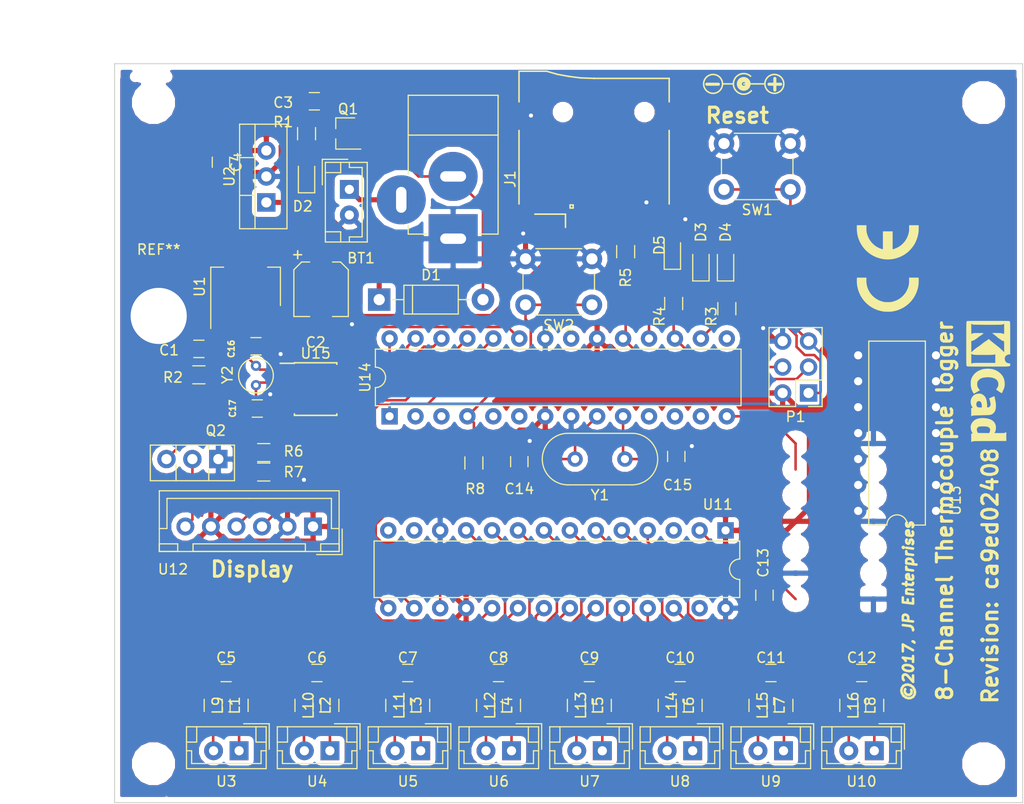
<source format=kicad_pcb>
(kicad_pcb (version 20171130) (host pcbnew "(5.1.5-0)")
  (title_block (title "8-Channel Thermocouple datalogger") (date 2017-07-29) (rev ca9ed02408) (company "JP Enterprises"))
  (layers (0 F.Cu signal) (31 B.Cu signal) (34 B.Paste user) (35 F.Paste user) (36 B.SilkS user) (37 F.SilkS user) (38 B.Mask user) (39 F.Mask user) (44 Edge.Cuts user))
  (net 0 "")
  (net 1 GND)
  (net 2 "Net-(BT1-Pad1)")
  (net 3 "Net-(BT2-Pad1)")
  (net 4 5V0)
  (net 5 3V3)
  (net 6 9V0)
  (net 7 "/Thermocouple connectors/SB1")
  (net 8 "/Thermocouple connectors/SA1")
  (net 9 "/Thermocouple connectors/SA2")
  (net 10 "/Thermocouple connectors/SB2")
  (net 11 "/Thermocouple connectors/SB3")
  (net 12 "/Thermocouple connectors/SA3")
  (net 13 "/Thermocouple connectors/SA4")
  (net 14 "/Thermocouple connectors/SB4")
  (net 15 "/Thermocouple connectors/SB5")
  (net 16 "/Thermocouple connectors/SA5")
  (net 17 "/Thermocouple connectors/SA6")
  (net 18 "/Thermocouple connectors/SB6")
  (net 19 "/Thermocouple connectors/SB7")
  (net 20 "/Thermocouple connectors/SA7")
  (net 21 "/Thermocouple connectors/SA8")
  (net 22 "/Thermocouple connectors/SB8")
  (net 23 DB_MUX)
  (net 24 "Net-(C14-Pad2)")
  (net 25 "Net-(C15-Pad2)")
  (net 26 "Net-(C16-Pad1)")
  (net 27 "Net-(C17-Pad1)")
  (net 28 "Net-(D1-Pad2)")
  (net 29 "Net-(D2-Pad2)")
  (net 30 "Net-(D3-Pad1)")
  (net 31 "Net-(D4-Pad1)")
  (net 32 "Net-(D5-Pad1)")
  (net 33 "Net-(L1-Pad2)")
  (net 34 "Net-(L2-Pad2)")
  (net 35 "Net-(L3-Pad2)")
  (net 36 "Net-(L4-Pad2)")
  (net 37 "Net-(L5-Pad2)")
  (net 38 "Net-(L6-Pad2)")
  (net 39 "Net-(L7-Pad2)")
  (net 40 "Net-(L8-Pad2)")
  (net 41 "Net-(L9-Pad1)")
  (net 42 "Net-(L10-Pad1)")
  (net 43 "Net-(L11-Pad1)")
  (net 44 "Net-(L12-Pad1)")
  (net 45 "Net-(L13-Pad1)")
  (net 46 "Net-(L14-Pad1)")
  (net 47 "Net-(L15-Pad1)")
  (net 48 "Net-(L16-Pad1)")
  (net 49 RESET)
  (net 50 MOSI)
  (net 51 SCK)
  (net 52 MISO)
  (net 53 SCL)
  (net 54 SDA)
  (net 55 "Net-(Q2-Pad3)")
  (net 56 "Net-(Q2-Pad2)")
  (net 57 B_LIGHT)
  (net 58 SS)
  (net 59 "Net-(R8-Pad2)")
  (net 60 SLCT0)
  (net 61 SLCT1)
  (net 62 SLCT2)
  (net 63 TEMP)
  (net 64 "Net-(U13-Pad6)")
  (net 65 "Net-(U13-Pad12)")
  (net 66 "Net-(U13-Pad5)")
  (net 67 "Net-(U13-Pad10)")
  (net 68 "Net-(U13-Pad3)")
  (net 69 "Net-(U13-Pad2)")
  (net 70 "Net-(U14-Pad15)")
  (net 71 "Net-(U14-Pad2)")
  (net 72 "Net-(U14-Pad3)")
  (net 73 "Net-(U14-Pad5)")
  (net 74 "Net-(U14-Pad6)")
  (net 75 "Net-(U14-Pad21)")
  (net 76 "Net-(U14-Pad11)")
  (net 77 "Net-(U14-Pad12)")
  (net 78 "Net-(U14-Pad13)")
  (net 79 "Net-(U15-Pad7)")
  (net 80 "Net-(XS1-Pad1)")
  (net 81 "Net-(XS1-Pad8)")
  (net 82 "Net-(XS1-Pad9)")
  (module Mounting_Holes:MountingHole_5.5mm (layer F.Cu) (at 98.3 97.1)
    (fp_text reference REF** (at 0 -6.5) (layer F.SilkS))
    (fp_text value MountingHole_5.5mm)
    (pad 1 np_thru_hole circle (at 0 0) (size 5.5 5.5) (drill 5.5) (layers *.Cu *.Mask))
  )
  (module Mounting_Holes:MountingHole_3.2mm_M3 (layer F.Cu) (at 97.79 76.2)
    (fp_text reference REF** hide)
    (fp_text value MountingHole_3.2mm_M3)
    (pad 1 np_thru_hole circle (at 0 0) (size 3.2 3.2) (drill 3.2) (layers *.Cu *.Mask))
  )
  (module TO_SOT_Packages_THT:TO-220_Vertical (layer F.Cu) (at 108.839 85.979 90)
    (fp_text reference U2 (at 2.54 -3.62 90) (layer F.SilkS))
    (fp_text value 7805)
    (pad 3 thru_hole oval (at 5.08 0 90) (size 1.8 1.8) (drill 1) (layers *.Cu *.Mask) (net 4 5V0))
    (pad 2 thru_hole oval (at 2.54 0 90) (size 1.8 1.8) (drill 1) (layers *.Cu *.Mask) (net 1 GND))
    (pad 1 thru_hole rect (at 0 0 90) (size 1.8 1.8) (drill 1) (layers *.Cu *.Mask) (net 6 9V0))
  )
  (module TO_SOT_Packages_THT:TO-126_Vertical (layer F.Cu) (at 104.14 111.125 180)
    (fp_text reference Q2 (at 0.254 2.794 180) (layer F.SilkS))
    (fp_text value BD139)
    (pad 3 thru_hole oval (at 5.08 0 180) (size 1.8 1.8) (drill 1) (layers *.Cu *.Mask) (net 55 "Net-(Q2-Pad3)"))
    (pad 2 thru_hole oval (at 2.54 0 180) (size 1.8 1.8) (drill 1) (layers *.Cu *.Mask) (net 56 "Net-(Q2-Pad2)"))
    (pad 1 thru_hole rect (at 0 0 180) (size 1.8 1.8) (drill 1) (layers *.Cu *.Mask) (net 1 GND))
  )
  (module TO_SOT_Packages_SMD:TSOT-23 (layer F.Cu) (at 116.586 79.248 180)
    (fp_text reference Q1 (at -0.254 2.413 180) (layer F.SilkS))
    (fp_text value BS250)
    (pad 3 smd rect (at 1.31 0 180) (size 1.22 0.65) (layers F.Cu F.Paste F.Mask) (net 6 9V0))
    (pad 2 smd rect (at -1.31 0.95 180) (size 1.22 0.65) (layers F.Cu F.Paste F.Mask) (net 29 "Net-(D2-Pad2)"))
    (pad 1 smd rect (at -1.31 -0.95 180) (size 1.22 0.65) (layers F.Cu F.Paste F.Mask) (net 28 "Net-(D1-Pad2)"))
  )
  (module jp_personal:Conn_uSDcard (layer F.Cu) (at 140.927 77.13 180)
    (fp_text reference XS1)
    (fp_text value SD_ebay-uSD-push/push_SMD)
    (pad 3 smd rect (at 0 -10.5 180) (size 0.7 1.6) (layers F.Cu F.Paste F.Mask) (net 30 "Net-(D3-Pad1)"))
    (pad "" np_thru_hole circle (at -4.93 0 180) (size 1 1) (drill 1) (layers *.Cu))
    (pad "" np_thru_hole circle (at 3.05 0 180) (size 1 1) (drill 1) (layers *.Cu))
    (pad 2 smd rect (at 1.1 -10.5 180) (size 0.7 1.6) (layers F.Cu F.Paste F.Mask) (net 31 "Net-(D4-Pad1)"))
    (pad 1 smd rect (at 2.2 -10.5 180) (size 0.7 1.6) (layers F.Cu F.Paste F.Mask) (net 80 "Net-(XS1-Pad1)"))
    (pad 4 smd rect (at -1.1 -10.5 180) (size 0.7 1.6) (layers F.Cu F.Paste F.Mask) (net 5 3V3))
    (pad 5 smd rect (at -2.2 -10.5 180) (size 0.7 1.6) (layers F.Cu F.Paste F.Mask) (net 32 "Net-(D5-Pad1)"))
    (pad 6 smd rect (at -3.3 -10.5 180) (size 0.7 1.6) (layers F.Cu F.Paste F.Mask) (net 1 GND))
    (pad 8 smd rect (at -5.5 -10.5 180) (size 0.7 1.6) (layers F.Cu F.Paste F.Mask) (net 81 "Net-(XS1-Pad8)"))
    (pad 7 smd rect (at -4.4 -10.5 180) (size 0.7 1.6) (layers F.Cu F.Paste F.Mask) (net 52 MISO))
    (pad 9 smd rect (at -6.6 -10.5 180) (size 0.5 1.6) (layers F.Cu F.Paste F.Mask) (net 82 "Net-(XS1-Pad9)"))
    (pad 6 smd rect (at -7.75 -10 180) (size 1.2 1.4) (layers F.Cu F.Paste F.Mask) (net 1 GND))
    (pad 6 smd rect (at 6.85 -10 180) (size 1.6 1.4) (layers F.Cu F.Paste F.Mask) (net 1 GND))
    (pad 6 smd rect (at -7.75 -0.4 180) (size 1.2 2.2) (layers F.Cu F.Paste F.Mask) (net 1 GND))
    (pad 6 smd rect (at 7.75 -0.4 180) (size 1.2 2.2) (layers F.Cu F.Paste F.Mask) (net 1 GND))
  )
  (module Capacitors_SMD:C_0805 (layer F.Cu) (at 104.394 82.042 270)
    (fp_text reference C4 (at 0 -1.5 270) (layer F.SilkS))
    (fp_text value 0.1uF)
    (pad 2 smd rect (at 1 0 270) (size 1 1.25) (layers F.Cu F.Paste F.Mask) (net 1 GND))
    (pad 1 smd rect (at -1 0 270) (size 1 1.25) (layers F.Cu F.Paste F.Mask) (net 4 5V0))
  )
  (module Diodes_SMD:D_0805 (layer F.Cu) (at 148.59 90.932 90)
    (fp_text reference D5 (at 0.762 -1.27 90) (layer F.SilkS))
    (fp_text value 3.3V)
    (pad 1 smd rect (at -1.05 0 90) (size 0.8 0.9) (layers F.Cu F.Paste F.Mask) (net 32 "Net-(D5-Pad1)"))
    (pad 2 smd rect (at 1.05 0 90) (size 0.8 0.9) (layers F.Cu F.Paste F.Mask) (net 1 GND))
  )
  (module Buttons_Switches_THT:SW_PUSH_6mm_h5mm (layer F.Cu) (at 140.716 96.012 180)
    (fp_text reference SW2 (at 3.25 -2 180) (layer F.SilkS))
    (fp_text value SW_Push)
    (pad 2 thru_hole circle (at 0 4.5 270) (size 2 2) (drill 1.1) (layers *.Cu *.Mask) (net 1 GND))
    (pad 1 thru_hole circle (at 0 0 270) (size 2 2) (drill 1.1) (layers *.Cu *.Mask) (net 59 "Net-(R8-Pad2)"))
    (pad 2 thru_hole circle (at 6.5 4.5 270) (size 2 2) (drill 1.1) (layers *.Cu *.Mask) (net 1 GND))
    (pad 1 thru_hole circle (at 6.5 0 270) (size 2 2) (drill 1.1) (layers *.Cu *.Mask) (net 59 "Net-(R8-Pad2)"))
  )
  (module Capacitors_SMD:C_0805 (layer F.Cu) (at 113.538 76.073 180)
    (fp_text reference C3 (at 3.048 -0.127 180) (layer F.SilkS))
    (fp_text value 0.33uF)
    (pad 2 smd rect (at 1 0 180) (size 1 1.25) (layers F.Cu F.Paste F.Mask) (net 1 GND))
    (pad 1 smd rect (at -1 0 180) (size 1 1.25) (layers F.Cu F.Paste F.Mask) (net 6 9V0))
  )
  (module Capacitors_SMD:C_0805 (layer F.Cu) (at 148.971 110.871 270)
    (fp_text reference C15 (at 2.794 -0.127) (layer F.SilkS))
    (fp_text value 18pF)
    (pad 1 smd rect (at -1 0 270) (size 1 1.25) (layers F.Cu F.Paste F.Mask) (net 1 GND))
    (pad 2 smd rect (at 1 0 270) (size 1 1.25) (layers F.Cu F.Paste F.Mask) (net 25 "Net-(C15-Pad2)"))
  )
  (module Resistors_SMD:R_0805 (layer F.Cu) (at 108.585 112.395)
    (fp_text reference R7 (at 2.921 0) (layer F.SilkS))
    (fp_text value 4.7k)
    (pad 2 smd rect (at 0.95 0) (size 0.7 1.3) (layers F.Cu F.Paste F.Mask) (net 54 SDA))
    (pad 1 smd rect (at -0.95 0) (size 0.7 1.3) (layers F.Cu F.Paste F.Mask) (net 4 5V0))
  )
  (module Capacitors_SMD:CP_Elec_5x5.3 (layer F.Cu) (at 114.173 94.488 270)
    (fp_text reference C2 (at 5.207 0.508 180) (layer F.SilkS))
    (fp_text value 33uF)
    (fp_text user + (at -3.38 2.34 270) (layer F.SilkS))
    (pad 2 smd rect (at 2.2 0 90) (size 3 1.6) (layers F.Cu F.Paste F.Mask) (net 1 GND))
    (pad 1 smd rect (at -2.2 0 90) (size 3 1.6) (layers F.Cu F.Paste F.Mask) (net 5 3V3))
  )
  (module Resistors_SMD:R_0805 (layer F.Cu) (at 108.585 110.49)
    (fp_text reference R6 (at 2.921 -0.127) (layer F.SilkS))
    (fp_text value 4.7k)
    (pad 1 smd rect (at -0.95 0) (size 0.7 1.3) (layers F.Cu F.Paste F.Mask) (net 4 5V0))
    (pad 2 smd rect (at 0.95 0) (size 0.7 1.3) (layers F.Cu F.Paste F.Mask) (net 53 SCL))
  )
  (module Connectors_JST:JST_EH_B02B-EH-A_02x2.50mm_Straight (layer F.Cu) (at 116.967 84.709 270)
    (fp_text reference BT1 (at 6.731 -1.143) (layer F.SilkS))
    (fp_text value 9V)
    (pad 2 thru_hole circle (at 2.5 0 270) (size 1.85 1.85) (drill 0.9) (layers *.Cu *.Mask) (net 1 GND))
    (pad 1 thru_hole rect (at 0 0 270) (size 1.85 1.85) (drill 0.9) (layers *.Cu *.Mask) (net 2 "Net-(BT1-Pad1)"))
  )
  (module Capacitors_SMD:C_0805 (layer F.Cu) (at 107.95 106.172)
    (fp_text reference C17 (at -2.413 0 90) (layer F.SilkS) (effects (font (size 0.6 0.6))))
    (fp_text value 12.5pF)
    (pad 1 smd rect (at -1 0) (size 1 1.25) (layers F.Cu F.Paste F.Mask) (net 27 "Net-(C17-Pad1)"))
    (pad 2 smd rect (at 1 0) (size 1 1.25) (layers F.Cu F.Paste F.Mask) (net 1 GND))
  )
  (module Capacitors_SMD:C_0805 (layer F.Cu) (at 107.823 100.076)
    (fp_text reference C16 (at -2.413 0.254 90) (layer F.SilkS) (effects (font (size 0.6 0.6))))
    (fp_text value 12.5pF)
    (pad 2 smd rect (at 1 0) (size 1 1.25) (layers F.Cu F.Paste F.Mask) (net 1 GND))
    (pad 1 smd rect (at -1 0) (size 1 1.25) (layers F.Cu F.Paste F.Mask) (net 26 "Net-(C16-Pad1)"))
  )
  (module Housings_SOIC:SOIC-8_3.9x4.9mm_Pitch1.27mm (layer F.Cu) (at 113.665 104.267)
    (fp_text reference U15 (at 0 -3.5) (layer F.SilkS))
    (fp_text value DS1307+)
    (pad 8 smd rect (at 2.7 -1.905) (size 1.55 0.6) (layers F.Cu F.Paste F.Mask) (net 4 5V0))
    (pad 7 smd rect (at 2.7 -0.635) (size 1.55 0.6) (layers F.Cu F.Paste F.Mask) (net 79 "Net-(U15-Pad7)"))
    (pad 6 smd rect (at 2.7 0.635) (size 1.55 0.6) (layers F.Cu F.Paste F.Mask) (net 53 SCL))
    (pad 5 smd rect (at 2.7 1.905) (size 1.55 0.6) (layers F.Cu F.Paste F.Mask) (net 54 SDA))
    (pad 4 smd rect (at -2.7 1.905) (size 1.55 0.6) (layers F.Cu F.Paste F.Mask) (net 1 GND))
    (pad 3 smd rect (at -2.7 0.635) (size 1.55 0.6) (layers F.Cu F.Paste F.Mask) (net 3 "Net-(BT2-Pad1)"))
    (pad 2 smd rect (at -2.7 -0.635) (size 1.55 0.6) (layers F.Cu F.Paste F.Mask) (net 27 "Net-(C17-Pad1)"))
    (pad 1 smd rect (at -2.7 -1.905) (size 1.55 0.6) (layers F.Cu F.Paste F.Mask) (net 26 "Net-(C16-Pad1)"))
  )
  (module Pin_Headers:Pin_Header_Straight_2x03_Pitch2.54mm (layer F.Cu) (at 161.925 104.648 180)
    (fp_text reference P1 (at 1.27 -2.33 180) (layer F.SilkS))
    (fp_text value CONN_02X03)
    (pad 6 thru_hole oval (at 2.54 5.08 180) (size 1.7 1.7) (drill 1) (layers *.Cu *.Mask) (net 1 GND))
    (pad 5 thru_hole oval (at 0 5.08 180) (size 1.7 1.7) (drill 1) (layers *.Cu *.Mask) (net 49 RESET))
    (pad 4 thru_hole oval (at 2.54 2.54 180) (size 1.7 1.7) (drill 1) (layers *.Cu *.Mask) (net 50 MOSI))
    (pad 3 thru_hole oval (at 0 2.54 180) (size 1.7 1.7) (drill 1) (layers *.Cu *.Mask) (net 51 SCK))
    (pad 2 thru_hole oval (at 2.54 0 180) (size 1.7 1.7) (drill 1) (layers *.Cu *.Mask) (net 4 5V0))
    (pad 1 thru_hole rect (at 0 0 180) (size 1.7 1.7) (drill 1) (layers *.Cu *.Mask) (net 52 MISO))
  )
  (module Connectors_JST:JST_XH_B06B-XH-A_06x2.50mm_Straight (layer F.Cu) (at 113.411 117.729 180)
    (fp_text reference U12 (at 13.716 -4.191 180) (layer F.SilkS))
    (fp_text value I2C_20x4_DISPLAY)
    (pad 6 thru_hole circle (at 12.5 0 180) (size 1.75 1.75) (drill 1) (layers *.Cu *.Mask) (net 56 "Net-(Q2-Pad2)"))
    (pad 5 thru_hole circle (at 10 0 180) (size 1.75 1.75) (drill 1) (layers *.Cu *.Mask) (net 4 5V0))
    (pad 4 thru_hole circle (at 7.5 0 180) (size 1.75 1.75) (drill 1) (layers *.Cu *.Mask) (net 53 SCL))
    (pad 3 thru_hole circle (at 5 0 180) (size 1.75 1.75) (drill 1) (layers *.Cu *.Mask) (net 54 SDA))
    (pad 2 thru_hole circle (at 2.5 0 180) (size 1.75 1.75) (drill 1) (layers *.Cu *.Mask) (net 1 GND))
    (pad 1 thru_hole rect (at 0 0 180) (size 1.75 1.75) (drill 1) (layers *.Cu *.Mask) (net 4 5V0))
  )
  (module Capacitors_SMD:C_0805 (layer F.Cu) (at 157.607 124.46 90)
    (fp_text reference C13 (at 3.175 -0.127 90) (layer F.SilkS))
    (fp_text value 10nF)
    (pad 1 smd rect (at -1 0 90) (size 1 1.25) (layers F.Cu F.Paste F.Mask) (net 1 GND))
    (pad 2 smd rect (at 1 0 90) (size 1 1.25) (layers F.Cu F.Paste F.Mask) (net 23 DB_MUX))
  )
  (module Connectors:JACK_ALIM (layer F.Cu) (at 127.127 89.535 270)
    (fp_text reference J1 (at -5.84 -5.59 270) (layer F.SilkS))
    (fp_text value Barrel_Jack)
    (pad 3 thru_hole circle (at -3.81 5.08 270) (size 4.8 4.8) (drill oval 2.54 1.02) (layers *.Cu *.Mask) (net 2 "Net-(BT1-Pad1)"))
    (pad 1 thru_hole rect (at 0 0 270) (size 4.8 4.8) (drill oval 1.02 2.54) (layers *.Cu *.Mask) (net 1 GND))
    (pad 2 thru_hole circle (at -6.1 0 270) (size 4.8 4.8) (drill oval 1.02 2.54) (layers *.Cu *.Mask) (net 28 "Net-(D1-Pad2)"))
  )
  (module Diodes_SMD:D_0805 (layer F.Cu) (at 112.776 83.439 90)
    (fp_text reference D2 (at -2.921 -0.381 180) (layer F.SilkS))
    (fp_text value 9V)
    (pad 2 smd rect (at 1.05 0 90) (size 0.8 0.9) (layers F.Cu F.Paste F.Mask) (net 29 "Net-(D2-Pad2)"))
    (pad 1 smd rect (at -1.05 0 90) (size 0.8 0.9) (layers F.Cu F.Paste F.Mask) (net 6 9V0))
  )
  (module Resistors_SMD:R_0805 (layer F.Cu) (at 129.159 111.506 90)
    (fp_text reference R8 (at -2.54 0.127 180) (layer F.SilkS))
    (fp_text value 10K)
    (pad 2 smd rect (at 0.95 0 90) (size 0.7 1.3) (layers F.Cu F.Paste F.Mask) (net 59 "Net-(R8-Pad2)"))
    (pad 1 smd rect (at -0.95 0 90) (size 0.7 1.3) (layers F.Cu F.Paste F.Mask) (net 4 5V0))
  )
  (module Diodes_SMD:D_0805 (layer F.Cu) (at 153.797 92.075 90)
    (fp_text reference D4 (at 3.175 0 90) (layer F.SilkS))
    (fp_text value 3.3V)
    (pad 2 smd rect (at 1.05 0 90) (size 0.8 0.9) (layers F.Cu F.Paste F.Mask) (net 1 GND))
    (pad 1 smd rect (at -1.05 0 90) (size 0.8 0.9) (layers F.Cu F.Paste F.Mask) (net 31 "Net-(D4-Pad1)"))
  )
  (module Diodes_SMD:D_0805 (layer F.Cu) (at 151.384 92.075 90)
    (fp_text reference D3 (at 3.175 0 90) (layer F.SilkS))
    (fp_text value 3.3V)
    (pad 1 smd rect (at -1.05 0 90) (size 0.8 0.9) (layers F.Cu F.Paste F.Mask) (net 30 "Net-(D3-Pad1)"))
    (pad 2 smd rect (at 1.05 0 90) (size 0.8 0.9) (layers F.Cu F.Paste F.Mask) (net 1 GND))
  )
  (module Mounting_Holes:MountingHole_3.2mm_M3 (layer F.Cu) (at 97.79 140.97)
    (fp_text reference REF03 hide)
    (fp_text value MountingHole_3.2mm_M3)
    (pad 1 np_thru_hole circle (at 0 0) (size 3.2 3.2) (drill 3.2) (layers *.Cu *.Mask))
  )
  (module Mounting_Holes:MountingHole_3.2mm_M3 (layer F.Cu) (at 179.07 140.97)
    (fp_text reference REF04 hide)
    (fp_text value MountingHole_3.2mm_M3)
    (pad 1 np_thru_hole circle (at 0 0) (size 3.2 3.2) (drill 3.2) (layers *.Cu *.Mask))
  )
  (module Mounting_Holes:MountingHole_3.2mm_M3 (layer F.Cu) (at 179.07 76.2)
    (fp_text reference REF02 hide)
    (fp_text value MountingHole_3.2mm_M3)
    (pad "" np_thru_hole circle (at 0 0) (size 3.2 3.2) (drill 3.2) (layers *.Cu *.Mask))
  )
  (module Diodes_THT:D_DO-41_SOD81_P10.16mm_Horizontal (layer F.Cu) (at 119.888 95.504)
    (fp_text reference D1 (at 5.08 -2.41) (layer F.SilkS))
    (fp_text value 1N4007)
    (pad 2 thru_hole oval (at 10.16 0) (size 2.2 2.2) (drill 1.1) (layers *.Cu *.Mask) (net 28 "Net-(D1-Pad2)"))
    (pad 1 thru_hole rect (at 0 0) (size 2.2 2.2) (drill 1.1) (layers *.Cu *.Mask) (net 6 9V0))
  )
  (module Housings_DIP:DIP-14_W7.62mm (layer F.Cu) (at 174.4 116.2 180)
    (fp_text reference U13 (at -1.905 1.016 270) (layer F.SilkS))
    (fp_text value AD595)
    (pad 14 thru_hole oval (at 7.62 0 180) (size 1.6 1.6) (drill 0.8) (layers *.Cu *.Mask) (net 23 DB_MUX))
    (pad 7 thru_hole oval (at 0 15.24 180) (size 1.6 1.6) (drill 0.8) (layers *.Cu *.Mask) (net 1 GND))
    (pad 13 thru_hole oval (at 7.62 2.54 180) (size 1.6 1.6) (drill 0.8) (layers *.Cu *.Mask) (net 1 GND))
    (pad 6 thru_hole oval (at 0 12.7 180) (size 1.6 1.6) (drill 0.8) (layers *.Cu *.Mask) (net 64 "Net-(U13-Pad6)"))
    (pad 12 thru_hole oval (at 7.62 5.08 180) (size 1.6 1.6) (drill 0.8) (layers *.Cu *.Mask) (net 65 "Net-(U13-Pad12)"))
    (pad 5 thru_hole oval (at 0 10.16 180) (size 1.6 1.6) (drill 0.8) (layers *.Cu *.Mask) (net 66 "Net-(U13-Pad5)"))
    (pad 11 thru_hole oval (at 7.62 7.62 180) (size 1.6 1.6) (drill 0.8) (layers *.Cu *.Mask) (net 4 5V0))
    (pad 4 thru_hole oval (at 0 7.62 180) (size 1.6 1.6) (drill 0.8) (layers *.Cu *.Mask) (net 1 GND))
    (pad 10 thru_hole oval (at 7.62 10.16 180) (size 1.6 1.6) (drill 0.8) (layers *.Cu *.Mask) (net 67 "Net-(U13-Pad10)"))
    (pad 3 thru_hole oval (at 0 5.08 180) (size 1.6 1.6) (drill 0.8) (layers *.Cu *.Mask) (net 68 "Net-(U13-Pad3)"))
    (pad 9 thru_hole oval (at 7.62 12.7 180) (size 1.6 1.6) (drill 0.8) (layers *.Cu *.Mask) (net 63 TEMP))
    (pad 2 thru_hole oval (at 0 2.54 180) (size 1.6 1.6) (drill 0.8) (layers *.Cu *.Mask) (net 69 "Net-(U13-Pad2)"))
    (pad 8 thru_hole oval (at 7.62 15.24 180) (size 1.6 1.6) (drill 0.8) (layers *.Cu *.Mask) (net 63 TEMP))
    (pad 1 thru_hole rect (at 0 0 180) (size 1.6 1.6) (drill 0.8) (layers *.Cu *.Mask) (net 1 GND))
  )
  (module TO_SOT_Packages_SMD:SOT-223 (layer F.Cu) (at 106.807 94.234 90)
    (fp_text reference U1 (at 0 -4.5 90) (layer F.SilkS))
    (fp_text value LM3940)
    (pad 1 smd rect (at -3.15 -2.3 90) (size 2 1.5) (layers F.Cu F.Paste F.Mask) (net 4 5V0))
    (pad 3 smd rect (at -3.15 2.3 90) (size 2 1.5) (layers F.Cu F.Paste F.Mask) (net 5 3V3))
    (pad 2 smd rect (at -3.15 0 90) (size 2 1.5) (layers F.Cu F.Paste F.Mask) (net 1 GND))
    (pad 4 smd rect (at 3.15 0 90) (size 2 3.8) (layers F.Cu F.Paste F.Mask))
  )
  (module Capacitors_SMD:C_0805 (layer F.Cu) (at 102.235 100.33)
    (fp_text reference C1 (at -2.921 0.127) (layer F.SilkS))
    (fp_text value 0.47uF)
    (pad 1 smd rect (at -1 0) (size 1 1.25) (layers F.Cu F.Paste F.Mask) (net 4 5V0))
    (pad 2 smd rect (at 1 0) (size 1 1.25) (layers F.Cu F.Paste F.Mask) (net 1 GND))
  )
  (module Resistors_SMD:R_0805 (layer F.Cu) (at 112.776 79.248 90)
    (fp_text reference R1 (at 1.143 -2.286 180) (layer F.SilkS))
    (fp_text value DNP)
    (pad 1 smd rect (at -0.95 0 90) (size 0.7 1.3) (layers F.Cu F.Paste F.Mask) (net 29 "Net-(D2-Pad2)"))
    (pad 2 smd rect (at 0.95 0 90) (size 0.7 1.3) (layers F.Cu F.Paste F.Mask) (net 1 GND))
  )
  (module Buttons_Switches_THT:SW_PUSH_6mm_h5mm (layer F.Cu) (at 160.147 84.709 180)
    (fp_text reference SW1 (at 3.25 -2 180) (layer F.SilkS))
    (fp_text value SW_Push)
    (pad 1 thru_hole circle (at 6.5 0 270) (size 2 2) (drill 1.1) (layers *.Cu *.Mask) (net 49 RESET))
    (pad 2 thru_hole circle (at 6.5 4.5 270) (size 2 2) (drill 1.1) (layers *.Cu *.Mask) (net 1 GND))
    (pad 1 thru_hole circle (at 0 0 270) (size 2 2) (drill 1.1) (layers *.Cu *.Mask) (net 49 RESET))
    (pad 2 thru_hole circle (at 0 4.5 270) (size 2 2) (drill 1.1) (layers *.Cu *.Mask) (net 1 GND))
  )
  (module Capacitors_SMD:C_0805 (layer F.Cu) (at 133.604 111.379 270)
    (fp_text reference C14 (at 2.667 0) (layer F.SilkS))
    (fp_text value 18pF)
    (pad 2 smd rect (at 1 0 270) (size 1 1.25) (layers F.Cu F.Paste F.Mask) (net 24 "Net-(C14-Pad2)"))
    (pad 1 smd rect (at -1 0 270) (size 1 1.25) (layers F.Cu F.Paste F.Mask) (net 1 GND))
  )
  (module Symbols:Symbol_Barrel_Polarity (layer F.Cu) (at 155.575 74.295)
    (fp_text reference REF** hide)
    (fp_text value Symbol_Barrel_Polarity)
  )
  (module Symbols:Symbol_KiCAD-Logo_CopperAndSilkScreenTop (layer F.Cu) (at 179.705 103.505 270)
    (fp_text reference REF** hide)
    (fp_text value "KiCAD Logo" hide)
  )
  (module Symbols:CE-Logo_8.5x6mm_SilkScreen (layer F.Cu) (at 169.672 92.456 90)
    (fp_text reference REF*** hide)
    (fp_text value CE-Logo_8.5x6mm_SilkScreen hide)
  )
  (module Crystals:Crystal_Round_d3.0mm_Vertical (layer F.Cu) (at 107.823 101.986 270)
    (fp_text reference Y2 (at 0.884 2.794 270) (layer F.SilkS))
    (fp_text value 32.768kHz)
    (pad 2 thru_hole circle (at 1.9 0 270) (size 1 1) (drill 0.5) (layers *.Cu *.Mask) (net 27 "Net-(C17-Pad1)"))
    (pad 1 thru_hole circle (at 0 0 270) (size 1 1) (drill 0.5) (layers *.Cu *.Mask) (net 26 "Net-(C16-Pad1)"))
  )
  (module Housings_DIP:DIP-28_W7.62mm (layer F.Cu) (at 153.797 118.11 270)
    (fp_text reference U11 (at -2.54 0.762) (layer F.SilkS))
    (fp_text value ADG407)
    (pad 28 thru_hole oval (at 7.62 0 270) (size 1.6 1.6) (drill 0.8) (layers *.Cu *.Mask) (net 1 GND))
    (pad 14 thru_hole oval (at 0 33.02 270) (size 1.6 1.6) (drill 0.8) (layers *.Cu *.Mask))
    (pad 27 thru_hole oval (at 7.62 2.54 270) (size 1.6 1.6) (drill 0.8) (layers *.Cu *.Mask))
    (pad 13 thru_hole oval (at 0 30.48 270) (size 1.6 1.6) (drill 0.8) (layers *.Cu *.Mask))
    (pad 26 thru_hole oval (at 7.62 5.08 270) (size 1.6 1.6) (drill 0.8) (layers *.Cu *.Mask) (net 21 "/Thermocouple connectors/SA8"))
    (pad 12 thru_hole oval (at 0 27.94 270) (size 1.6 1.6) (drill 0.8) (layers *.Cu *.Mask) (net 1 GND))
    (pad 25 thru_hole oval (at 7.62 7.62 270) (size 1.6 1.6) (drill 0.8) (layers *.Cu *.Mask) (net 20 "/Thermocouple connectors/SA7"))
    (pad 11 thru_hole oval (at 0 25.4 270) (size 1.6 1.6) (drill 0.8) (layers *.Cu *.Mask) (net 7 "/Thermocouple connectors/SB1"))
    (pad 24 thru_hole oval (at 7.62 10.16 270) (size 1.6 1.6) (drill 0.8) (layers *.Cu *.Mask) (net 17 "/Thermocouple connectors/SA6"))
    (pad 10 thru_hole oval (at 0 22.86 270) (size 1.6 1.6) (drill 0.8) (layers *.Cu *.Mask) (net 10 "/Thermocouple connectors/SB2"))
    (pad 23 thru_hole oval (at 7.62 12.7 270) (size 1.6 1.6) (drill 0.8) (layers *.Cu *.Mask) (net 16 "/Thermocouple connectors/SA5"))
    (pad 9 thru_hole oval (at 0 20.32 270) (size 1.6 1.6) (drill 0.8) (layers *.Cu *.Mask) (net 11 "/Thermocouple connectors/SB3"))
    (pad 22 thru_hole oval (at 7.62 15.24 270) (size 1.6 1.6) (drill 0.8) (layers *.Cu *.Mask) (net 13 "/Thermocouple connectors/SA4"))
    (pad 8 thru_hole oval (at 0 17.78 270) (size 1.6 1.6) (drill 0.8) (layers *.Cu *.Mask) (net 14 "/Thermocouple connectors/SB4"))
    (pad 21 thru_hole oval (at 7.62 17.78 270) (size 1.6 1.6) (drill 0.8) (layers *.Cu *.Mask) (net 12 "/Thermocouple connectors/SA3"))
    (pad 7 thru_hole oval (at 0 15.24 270) (size 1.6 1.6) (drill 0.8) (layers *.Cu *.Mask) (net 15 "/Thermocouple connectors/SB5"))
    (pad 20 thru_hole oval (at 7.62 20.32 270) (size 1.6 1.6) (drill 0.8) (layers *.Cu *.Mask) (net 9 "/Thermocouple connectors/SA2"))
    (pad 6 thru_hole oval (at 0 12.7 270) (size 1.6 1.6) (drill 0.8) (layers *.Cu *.Mask) (net 18 "/Thermocouple connectors/SB6"))
    (pad 19 thru_hole oval (at 7.62 22.86 270) (size 1.6 1.6) (drill 0.8) (layers *.Cu *.Mask) (net 8 "/Thermocouple connectors/SA1"))
    (pad 5 thru_hole oval (at 0 10.16 270) (size 1.6 1.6) (drill 0.8) (layers *.Cu *.Mask) (net 19 "/Thermocouple connectors/SB7"))
    (pad 18 thru_hole oval (at 7.62 25.4 270) (size 1.6 1.6) (drill 0.8) (layers *.Cu *.Mask) (net 4 5V0))
    (pad 4 thru_hole oval (at 0 7.62 270) (size 1.6 1.6) (drill 0.8) (layers *.Cu *.Mask) (net 22 "/Thermocouple connectors/SB8"))
    (pad 17 thru_hole oval (at 7.62 27.94 270) (size 1.6 1.6) (drill 0.8) (layers *.Cu *.Mask) (net 60 SLCT0))
    (pad 3 thru_hole oval (at 0 5.08 270) (size 1.6 1.6) (drill 0.8) (layers *.Cu *.Mask))
    (pad 16 thru_hole oval (at 7.62 30.48 270) (size 1.6 1.6) (drill 0.8) (layers *.Cu *.Mask) (net 61 SLCT1))
    (pad 2 thru_hole oval (at 0 2.54 270) (size 1.6 1.6) (drill 0.8) (layers *.Cu *.Mask) (net 23 DB_MUX))
    (pad 15 thru_hole oval (at 7.62 33.02 270) (size 1.6 1.6) (drill 0.8) (layers *.Cu *.Mask) (net 62 SLCT2))
    (pad 1 thru_hole rect (at 0 0 270) (size 1.6 1.6) (drill 0.8) (layers *.Cu *.Mask) (net 4 5V0))
  )
  (module Housings_DIP:DIP-28_W7.62mm (layer F.Cu) (at 120.904 106.934 90)
    (fp_text reference U14 (at 3.81 -2.39 90) (layer F.SilkS))
    (fp_text value ATMEGA328P-PU)
    (pad 1 thru_hole rect (at 0 0 90) (size 1.6 1.6) (drill 0.8) (layers *.Cu *.Mask) (net 49 RESET))
    (pad 15 thru_hole oval (at 7.62 33.02 90) (size 1.6 1.6) (drill 0.8) (layers *.Cu *.Mask) (net 70 "Net-(U14-Pad15)"))
    (pad 2 thru_hole oval (at 0 2.54 90) (size 1.6 1.6) (drill 0.8) (layers *.Cu *.Mask) (net 71 "Net-(U14-Pad2)"))
    (pad 16 thru_hole oval (at 7.62 30.48 90) (size 1.6 1.6) (drill 0.8) (layers *.Cu *.Mask) (net 58 SS))
    (pad 3 thru_hole oval (at 0 5.08 90) (size 1.6 1.6) (drill 0.8) (layers *.Cu *.Mask) (net 72 "Net-(U14-Pad3)"))
    (pad 17 thru_hole oval (at 7.62 27.94 90) (size 1.6 1.6) (drill 0.8) (layers *.Cu *.Mask) (net 50 MOSI))
    (pad 4 thru_hole oval (at 0 7.62 90) (size 1.6 1.6) (drill 0.8) (layers *.Cu *.Mask) (net 59 "Net-(R8-Pad2)"))
    (pad 18 thru_hole oval (at 7.62 25.4 90) (size 1.6 1.6) (drill 0.8) (layers *.Cu *.Mask) (net 52 MISO))
    (pad 5 thru_hole oval (at 0 10.16 90) (size 1.6 1.6) (drill 0.8) (layers *.Cu *.Mask) (net 73 "Net-(U14-Pad5)"))
    (pad 19 thru_hole oval (at 7.62 22.86 90) (size 1.6 1.6) (drill 0.8) (layers *.Cu *.Mask) (net 51 SCK))
    (pad 6 thru_hole oval (at 0 12.7 90) (size 1.6 1.6) (drill 0.8) (layers *.Cu *.Mask) (net 74 "Net-(U14-Pad6)"))
    (pad 20 thru_hole oval (at 7.62 20.32 90) (size 1.6 1.6) (drill 0.8) (layers *.Cu *.Mask) (net 4 5V0))
    (pad 7 thru_hole oval (at 0 15.24 90) (size 1.6 1.6) (drill 0.8) (layers *.Cu *.Mask) (net 4 5V0))
    (pad 21 thru_hole oval (at 7.62 17.78 90) (size 1.6 1.6) (drill 0.8) (layers *.Cu *.Mask) (net 75 "Net-(U14-Pad21)"))
    (pad 8 thru_hole oval (at 0 17.78 90) (size 1.6 1.6) (drill 0.8) (layers *.Cu *.Mask) (net 1 GND))
    (pad 22 thru_hole oval (at 7.62 15.24 90) (size 1.6 1.6) (drill 0.8) (layers *.Cu *.Mask) (net 1 GND))
    (pad 9 thru_hole oval (at 0 20.32 90) (size 1.6 1.6) (drill 0.8) (layers *.Cu *.Mask) (net 24 "Net-(C14-Pad2)"))
    (pad 23 thru_hole oval (at 7.62 12.7 90) (size 1.6 1.6) (drill 0.8) (layers *.Cu *.Mask) (net 57 B_LIGHT))
    (pad 10 thru_hole oval (at 0 22.86 90) (size 1.6 1.6) (drill 0.8) (layers *.Cu *.Mask) (net 25 "Net-(C15-Pad2)"))
    (pad 24 thru_hole oval (at 7.62 10.16 90) (size 1.6 1.6) (drill 0.8) (layers *.Cu *.Mask) (net 60 SLCT0))
    (pad 11 thru_hole oval (at 0 25.4 90) (size 1.6 1.6) (drill 0.8) (layers *.Cu *.Mask) (net 76 "Net-(U14-Pad11)"))
    (pad 25 thru_hole oval (at 7.62 7.62 90) (size 1.6 1.6) (drill 0.8) (layers *.Cu *.Mask) (net 61 SLCT1))
    (pad 12 thru_hole oval (at 0 27.94 90) (size 1.6 1.6) (drill 0.8) (layers *.Cu *.Mask) (net 77 "Net-(U14-Pad12)"))
    (pad 26 thru_hole oval (at 7.62 5.08 90) (size 1.6 1.6) (drill 0.8) (layers *.Cu *.Mask) (net 62 SLCT2))
    (pad 13 thru_hole oval (at 0 30.48 90) (size 1.6 1.6) (drill 0.8) (layers *.Cu *.Mask) (net 78 "Net-(U14-Pad13)"))
    (pad 27 thru_hole oval (at 7.62 2.54 90) (size 1.6 1.6) (drill 0.8) (layers *.Cu *.Mask) (net 54 SDA))
    (pad 14 thru_hole oval (at 0 33.02 90) (size 1.6 1.6) (drill 0.8) (layers *.Cu *.Mask) (net 63 TEMP))
    (pad 28 thru_hole oval (at 7.62 0 90) (size 1.6 1.6) (drill 0.8) (layers *.Cu *.Mask) (net 53 SCL))
  )
  (module Resistors_SMD:R_0805 (layer F.Cu) (at 148.717 95.885 90)
    (fp_text reference R4 (at -1.27 -1.397 90) (layer F.SilkS))
    (fp_text value 220Ω)
    (pad 1 smd rect (at -0.95 0 90) (size 0.7 1.3) (layers F.Cu F.Paste F.Mask) (net 50 MOSI))
    (pad 2 smd rect (at 0.95 0 90) (size 0.7 1.3) (layers F.Cu F.Paste F.Mask) (net 30 "Net-(D3-Pad1)"))
  )
  (module Resistors_SMD:R_0805 (layer F.Cu) (at 144.018 90.805 90)
    (fp_text reference R5 (at -2.54 0 90) (layer F.SilkS))
    (fp_text value 220Ω)
    (pad 1 smd rect (at -0.95 0 90) (size 0.7 1.3) (layers F.Cu F.Paste F.Mask) (net 51 SCK))
    (pad 2 smd rect (at 0.95 0 90) (size 0.7 1.3) (layers F.Cu F.Paste F.Mask) (net 32 "Net-(D5-Pad1)"))
  )
  (module Resistors_SMD:R_0805 (layer F.Cu) (at 153.924 96.393 90)
    (fp_text reference R3 (at -0.762 -1.524 90) (layer F.SilkS))
    (fp_text value 220Ω)
    (pad 2 smd rect (at 0.95 0 90) (size 0.7 1.3) (layers F.Cu F.Paste F.Mask) (net 31 "Net-(D4-Pad1)"))
    (pad 1 smd rect (at -0.95 0 90) (size 0.7 1.3) (layers F.Cu F.Paste F.Mask) (net 58 SS))
  )
  (module Inductors_SMD:L_0805 (layer F.Cu) (at 141.732 135.255 90)
    (fp_text reference L13 (at 0 -2.1 90) (layer F.SilkS))
    (fp_text value 150Ω)
    (pad 1 smd rect (at -0.95 0 90) (size 0.7 1.3) (layers F.Cu F.Paste F.Mask) (net 45 "Net-(L13-Pad1)"))
    (pad 2 smd rect (at 0.95 0 90) (size 0.7 1.3) (layers F.Cu F.Paste F.Mask) (net 15 "/Thermocouple connectors/SB5"))
  )
  (module Connectors_JST:JST_EH_B02B-EH-A_02x2.50mm_Straight (layer F.Cu) (at 106.172 139.7 180)
    (fp_text reference U3 (at 1.25 -3 180) (layer F.SilkS))
    (fp_text value TC_Connector)
    (pad 1 thru_hole rect (at 0 0 180) (size 1.85 1.85) (drill 0.9) (layers *.Cu *.Mask) (net 41 "Net-(L9-Pad1)"))
    (pad 2 thru_hole circle (at 2.5 0 180) (size 1.85 1.85) (drill 0.9) (layers *.Cu *.Mask) (net 33 "Net-(L1-Pad2)"))
  )
  (module Inductors_SMD:L_0805 (layer F.Cu) (at 156.972 135.255 270)
    (fp_text reference L7 (at 0 -2.1 270) (layer F.SilkS))
    (fp_text value 150Ω)
    (pad 2 smd rect (at 0.95 0 270) (size 0.7 1.3) (layers F.Cu F.Paste F.Mask) (net 39 "Net-(L7-Pad2)"))
    (pad 1 smd rect (at -0.95 0 270) (size 0.7 1.3) (layers F.Cu F.Paste F.Mask) (net 20 "/Thermocouple connectors/SA7"))
  )
  (module Connectors_JST:JST_EH_B02B-EH-A_02x2.50mm_Straight (layer F.Cu) (at 159.472 139.7 180)
    (fp_text reference U9 (at 1.25 -3 180) (layer F.SilkS))
    (fp_text value TC_Connector)
    (pad 2 thru_hole circle (at 2.5 0 180) (size 1.85 1.85) (drill 0.9) (layers *.Cu *.Mask) (net 39 "Net-(L7-Pad2)"))
    (pad 1 thru_hole rect (at 0 0 180) (size 1.85 1.85) (drill 0.9) (layers *.Cu *.Mask) (net 47 "Net-(L15-Pad1)"))
  )
  (module Capacitors_SMD:C_0805 (layer F.Cu) (at 149.352 132.08)
    (fp_text reference C10 (at 0 -1.5) (layer F.SilkS))
    (fp_text value 10nF)
    (pad 1 smd rect (at -1 0) (size 1 1.25) (layers F.Cu F.Paste F.Mask) (net 17 "/Thermocouple connectors/SA6"))
    (pad 2 smd rect (at 1 0) (size 1 1.25) (layers F.Cu F.Paste F.Mask) (net 18 "/Thermocouple connectors/SB6"))
  )
  (module Capacitors_SMD:C_0805 (layer F.Cu) (at 140.462 132.08)
    (fp_text reference C9 (at 0 -1.5) (layer F.SilkS))
    (fp_text value 10nF)
    (pad 2 smd rect (at 1 0) (size 1 1.25) (layers F.Cu F.Paste F.Mask) (net 15 "/Thermocouple connectors/SB5"))
    (pad 1 smd rect (at -1 0) (size 1 1.25) (layers F.Cu F.Paste F.Mask) (net 16 "/Thermocouple connectors/SA5"))
  )
  (module Capacitors_SMD:C_0805 (layer F.Cu) (at 113.792 132.08)
    (fp_text reference C6 (at 0 -1.5) (layer F.SilkS))
    (fp_text value 10nF)
    (pad 1 smd rect (at -1 0) (size 1 1.25) (layers F.Cu F.Paste F.Mask) (net 9 "/Thermocouple connectors/SA2"))
    (pad 2 smd rect (at 1 0) (size 1 1.25) (layers F.Cu F.Paste F.Mask) (net 10 "/Thermocouple connectors/SB2"))
  )
  (module Capacitors_SMD:C_0805 (layer F.Cu) (at 104.902 132.08)
    (fp_text reference C5 (at 0 -1.5) (layer F.SilkS))
    (fp_text value 10nF)
    (pad 2 smd rect (at 1 0) (size 1 1.25) (layers F.Cu F.Paste F.Mask) (net 7 "/Thermocouple connectors/SB1"))
    (pad 1 smd rect (at -1 0) (size 1 1.25) (layers F.Cu F.Paste F.Mask) (net 8 "/Thermocouple connectors/SA1"))
  )
  (module Inductors_SMD:L_0805 (layer F.Cu) (at 106.172 135.255 90)
    (fp_text reference L9 (at 0 -2.1 90) (layer F.SilkS))
    (fp_text value 150Ω)
    (pad 2 smd rect (at 0.95 0 90) (size 0.7 1.3) (layers F.Cu F.Paste F.Mask) (net 7 "/Thermocouple connectors/SB1"))
    (pad 1 smd rect (at -0.95 0 90) (size 0.7 1.3) (layers F.Cu F.Paste F.Mask) (net 41 "Net-(L9-Pad1)"))
  )
  (module Capacitors_SMD:C_0805 (layer F.Cu) (at 122.682 132.08)
    (fp_text reference C7 (at 0 -1.5) (layer F.SilkS))
    (fp_text value 10nF)
    (pad 2 smd rect (at 1 0) (size 1 1.25) (layers F.Cu F.Paste F.Mask) (net 11 "/Thermocouple connectors/SB3"))
    (pad 1 smd rect (at -1 0) (size 1 1.25) (layers F.Cu F.Paste F.Mask) (net 12 "/Thermocouple connectors/SA3"))
  )
  (module Capacitors_SMD:C_0805 (layer F.Cu) (at 131.572 132.08)
    (fp_text reference C8 (at 0 -1.5) (layer F.SilkS))
    (fp_text value 10nF)
    (pad 1 smd rect (at -1 0) (size 1 1.25) (layers F.Cu F.Paste F.Mask) (net 13 "/Thermocouple connectors/SA4"))
    (pad 2 smd rect (at 1 0) (size 1 1.25) (layers F.Cu F.Paste F.Mask) (net 14 "/Thermocouple connectors/SB4"))
  )
  (module Capacitors_SMD:C_0805 (layer F.Cu) (at 158.242 132.08)
    (fp_text reference C11 (at 0 -1.5) (layer F.SilkS))
    (fp_text value 10nF)
    (pad 2 smd rect (at 1 0) (size 1 1.25) (layers F.Cu F.Paste F.Mask) (net 19 "/Thermocouple connectors/SB7"))
    (pad 1 smd rect (at -1 0) (size 1 1.25) (layers F.Cu F.Paste F.Mask) (net 20 "/Thermocouple connectors/SA7"))
  )
  (module Capacitors_SMD:C_0805 (layer F.Cu) (at 167.132 132.08)
    (fp_text reference C12 (at 0 -1.5) (layer F.SilkS))
    (fp_text value 10nF)
    (pad 1 smd rect (at -1 0) (size 1 1.25) (layers F.Cu F.Paste F.Mask) (net 21 "/Thermocouple connectors/SA8"))
    (pad 2 smd rect (at 1 0) (size 1 1.25) (layers F.Cu F.Paste F.Mask) (net 22 "/Thermocouple connectors/SB8"))
  )
  (module Inductors_SMD:L_0805 (layer F.Cu) (at 103.632 135.255 270)
    (fp_text reference L1 (at 0 -2.1 270) (layer F.SilkS))
    (fp_text value 150Ω)
    (pad 1 smd rect (at -0.95 0 270) (size 0.7 1.3) (layers F.Cu F.Paste F.Mask) (net 8 "/Thermocouple connectors/SA1"))
    (pad 2 smd rect (at 0.95 0 270) (size 0.7 1.3) (layers F.Cu F.Paste F.Mask) (net 33 "Net-(L1-Pad2)"))
  )
  (module Inductors_SMD:L_0805 (layer F.Cu) (at 112.522 135.255 270)
    (fp_text reference L2 (at 0 -2.1 270) (layer F.SilkS))
    (fp_text value 150Ω)
    (pad 1 smd rect (at -0.95 0 270) (size 0.7 1.3) (layers F.Cu F.Paste F.Mask) (net 9 "/Thermocouple connectors/SA2"))
    (pad 2 smd rect (at 0.95 0 270) (size 0.7 1.3) (layers F.Cu F.Paste F.Mask) (net 34 "Net-(L2-Pad2)"))
  )
  (module Inductors_SMD:L_0805 (layer F.Cu) (at 121.412 135.255 270)
    (fp_text reference L3 (at 0 -2.1 270) (layer F.SilkS))
    (fp_text value 150Ω)
    (pad 2 smd rect (at 0.95 0 270) (size 0.7 1.3) (layers F.Cu F.Paste F.Mask) (net 35 "Net-(L3-Pad2)"))
    (pad 1 smd rect (at -0.95 0 270) (size 0.7 1.3) (layers F.Cu F.Paste F.Mask) (net 12 "/Thermocouple connectors/SA3"))
  )
  (module Inductors_SMD:L_0805 (layer F.Cu) (at 130.302 135.255 270)
    (fp_text reference L4 (at 0 -2.1 270) (layer F.SilkS))
    (fp_text value 150Ω)
    (pad 1 smd rect (at -0.95 0 270) (size 0.7 1.3) (layers F.Cu F.Paste F.Mask) (net 13 "/Thermocouple connectors/SA4"))
    (pad 2 smd rect (at 0.95 0 270) (size 0.7 1.3) (layers F.Cu F.Paste F.Mask) (net 36 "Net-(L4-Pad2)"))
  )
  (module Inductors_SMD:L_0805 (layer F.Cu) (at 139.192 135.255 270)
    (fp_text reference L5 (at 0 -2.1 270) (layer F.SilkS))
    (fp_text value 150Ω)
    (pad 1 smd rect (at -0.95 0 270) (size 0.7 1.3) (layers F.Cu F.Paste F.Mask) (net 16 "/Thermocouple connectors/SA5"))
    (pad 2 smd rect (at 0.95 0 270) (size 0.7 1.3) (layers F.Cu F.Paste F.Mask) (net 37 "Net-(L5-Pad2)"))
  )
  (module Inductors_SMD:L_0805 (layer F.Cu) (at 148.082 135.255 270)
    (fp_text reference L6 (at 0 -2.1 270) (layer F.SilkS))
    (fp_text value 150Ω)
    (pad 2 smd rect (at 0.95 0 270) (size 0.7 1.3) (layers F.Cu F.Paste F.Mask) (net 38 "Net-(L6-Pad2)"))
    (pad 1 smd rect (at -0.95 0 270) (size 0.7 1.3) (layers F.Cu F.Paste F.Mask) (net 17 "/Thermocouple connectors/SA6"))
  )
  (module Inductors_SMD:L_0805 (layer F.Cu) (at 165.862 135.255 270)
    (fp_text reference L8 (at 0 -2.1 270) (layer F.SilkS))
    (fp_text value 150Ω)
    (pad 1 smd rect (at -0.95 0 270) (size 0.7 1.3) (layers F.Cu F.Paste F.Mask) (net 21 "/Thermocouple connectors/SA8"))
    (pad 2 smd rect (at 0.95 0 270) (size 0.7 1.3) (layers F.Cu F.Paste F.Mask) (net 40 "Net-(L8-Pad2)"))
  )
  (module Inductors_SMD:L_0805 (layer F.Cu) (at 115.062 135.255 90)
    (fp_text reference L10 (at 0 -2.1 90) (layer F.SilkS))
    (fp_text value 150Ω)
    (pad 2 smd rect (at 0.95 0 90) (size 0.7 1.3) (layers F.Cu F.Paste F.Mask) (net 10 "/Thermocouple connectors/SB2"))
    (pad 1 smd rect (at -0.95 0 90) (size 0.7 1.3) (layers F.Cu F.Paste F.Mask) (net 42 "Net-(L10-Pad1)"))
  )
  (module Inductors_SMD:L_0805 (layer F.Cu) (at 123.952 135.255 90)
    (fp_text reference L11 (at 0 -2.1 90) (layer F.SilkS))
    (fp_text value 150Ω)
    (pad 1 smd rect (at -0.95 0 90) (size 0.7 1.3) (layers F.Cu F.Paste F.Mask) (net 43 "Net-(L11-Pad1)"))
    (pad 2 smd rect (at 0.95 0 90) (size 0.7 1.3) (layers F.Cu F.Paste F.Mask) (net 11 "/Thermocouple connectors/SB3"))
  )
  (module Inductors_SMD:L_0805 (layer F.Cu) (at 132.842 135.255 90)
    (fp_text reference L12 (at 0 -2.1 90) (layer F.SilkS))
    (fp_text value 150Ω)
    (pad 2 smd rect (at 0.95 0 90) (size 0.7 1.3) (layers F.Cu F.Paste F.Mask) (net 14 "/Thermocouple connectors/SB4"))
    (pad 1 smd rect (at -0.95 0 90) (size 0.7 1.3) (layers F.Cu F.Paste F.Mask) (net 44 "Net-(L12-Pad1)"))
  )
  (module Inductors_SMD:L_0805 (layer F.Cu) (at 150.622 135.255 90)
    (fp_text reference L14 (at 0 -2.1 90) (layer F.SilkS))
    (fp_text value 150Ω)
    (pad 2 smd rect (at 0.95 0 90) (size 0.7 1.3) (layers F.Cu F.Paste F.Mask) (net 18 "/Thermocouple connectors/SB6"))
    (pad 1 smd rect (at -0.95 0 90) (size 0.7 1.3) (layers F.Cu F.Paste F.Mask) (net 46 "Net-(L14-Pad1)"))
  )
  (module Inductors_SMD:L_0805 (layer F.Cu) (at 159.512 135.255 90)
    (fp_text reference L15 (at 0 -2.1 90) (layer F.SilkS))
    (fp_text value 150Ω)
    (pad 1 smd rect (at -0.95 0 90) (size 0.7 1.3) (layers F.Cu F.Paste F.Mask) (net 47 "Net-(L15-Pad1)"))
    (pad 2 smd rect (at 0.95 0 90) (size 0.7 1.3) (layers F.Cu F.Paste F.Mask) (net 19 "/Thermocouple connectors/SB7"))
  )
  (module Inductors_SMD:L_0805 (layer F.Cu) (at 168.402 135.255 90)
    (fp_text reference L16 (at 0 -2.1 90) (layer F.SilkS))
    (fp_text value 150Ω)
    (pad 2 smd rect (at 0.95 0 90) (size 0.7 1.3) (layers F.Cu F.Paste F.Mask) (net 22 "/Thermocouple connectors/SB8"))
    (pad 1 smd rect (at -0.95 0 90) (size 0.7 1.3) (layers F.Cu F.Paste F.Mask) (net 48 "Net-(L16-Pad1)"))
  )
  (module Resistors_SMD:R_0805 (layer F.Cu) (at 102.235 102.87 180)
    (fp_text reference R2 (at 2.54 -0.254 180) (layer F.SilkS))
    (fp_text value 10K)
    (pad 2 smd rect (at 0.95 0 180) (size 0.7 1.3) (layers F.Cu F.Paste F.Mask) (net 55 "Net-(Q2-Pad3)"))
    (pad 1 smd rect (at -0.95 0 180) (size 0.7 1.3) (layers F.Cu F.Paste F.Mask) (net 57 B_LIGHT))
  )
  (module Crystals:Crystal_HC49-U_Vertical (layer F.Cu) (at 143.945 111.125 180)
    (fp_text reference Y1 (at 2.44 -3.525 180) (layer F.SilkS))
    (fp_text value 16MHz)
    (pad 2 thru_hole circle (at 4.88 0 180) (size 1.5 1.5) (drill 0.8) (layers *.Cu *.Mask) (net 24 "Net-(C14-Pad2)"))
    (pad 1 thru_hole circle (at 0 0 180) (size 1.5 1.5) (drill 0.8) (layers *.Cu *.Mask) (net 25 "Net-(C15-Pad2)"))
  )
  (module Connectors_JST:JST_EH_B02B-EH-A_02x2.50mm_Straight (layer F.Cu) (at 115.062 139.7 180)
    (fp_text reference U4 (at 1.25 -3 180) (layer F.SilkS))
    (fp_text value TC_Connector)
    (pad 2 thru_hole circle (at 2.5 0 180) (size 1.85 1.85) (drill 0.9) (layers *.Cu *.Mask) (net 34 "Net-(L2-Pad2)"))
    (pad 1 thru_hole rect (at 0 0 180) (size 1.85 1.85) (drill 0.9) (layers *.Cu *.Mask) (net 42 "Net-(L10-Pad1)"))
  )
  (module Connectors_JST:JST_EH_B02B-EH-A_02x2.50mm_Straight (layer F.Cu) (at 123.952 139.7 180)
    (fp_text reference U5 (at 1.25 -3 180) (layer F.SilkS))
    (fp_text value TC_Connector)
    (pad 2 thru_hole circle (at 2.5 0 180) (size 1.85 1.85) (drill 0.9) (layers *.Cu *.Mask) (net 35 "Net-(L3-Pad2)"))
    (pad 1 thru_hole rect (at 0 0 180) (size 1.85 1.85) (drill 0.9) (layers *.Cu *.Mask) (net 43 "Net-(L11-Pad1)"))
  )
  (module Connectors_JST:JST_EH_B02B-EH-A_02x2.50mm_Straight (layer F.Cu) (at 132.842 139.7 180)
    (fp_text reference U6 (at 1.25 -3 180) (layer F.SilkS))
    (fp_text value TC_Connector)
    (pad 2 thru_hole circle (at 2.5 0 180) (size 1.85 1.85) (drill 0.9) (layers *.Cu *.Mask) (net 36 "Net-(L4-Pad2)"))
    (pad 1 thru_hole rect (at 0 0 180) (size 1.85 1.85) (drill 0.9) (layers *.Cu *.Mask) (net 44 "Net-(L12-Pad1)"))
  )
  (module Connectors_JST:JST_EH_B02B-EH-A_02x2.50mm_Straight (layer F.Cu) (at 141.732 139.7 180)
    (fp_text reference U7 (at 1.25 -3 180) (layer F.SilkS))
    (fp_text value TC_Connector)
    (pad 2 thru_hole circle (at 2.5 0 180) (size 1.85 1.85) (drill 0.9) (layers *.Cu *.Mask) (net 37 "Net-(L5-Pad2)"))
    (pad 1 thru_hole rect (at 0 0 180) (size 1.85 1.85) (drill 0.9) (layers *.Cu *.Mask) (net 45 "Net-(L13-Pad1)"))
  )
  (module Connectors_JST:JST_EH_B02B-EH-A_02x2.50mm_Straight (layer F.Cu) (at 150.582 139.7 180)
    (fp_text reference U8 (at 1.25 -3 180) (layer F.SilkS))
    (fp_text value TC_Connector)
    (pad 1 thru_hole rect (at 0 0 180) (size 1.85 1.85) (drill 0.9) (layers *.Cu *.Mask) (net 46 "Net-(L14-Pad1)"))
    (pad 2 thru_hole circle (at 2.5 0 180) (size 1.85 1.85) (drill 0.9) (layers *.Cu *.Mask) (net 38 "Net-(L6-Pad2)"))
  )
  (module Connectors_JST:JST_EH_B02B-EH-A_02x2.50mm_Straight (layer F.Cu) (at 168.362 139.7 180)
    (fp_text reference U10 (at 1.25 -3 180) (layer F.SilkS))
    (fp_text value TC_Connector)
    (pad 1 thru_hole rect (at 0 0 180) (size 1.85 1.85) (drill 0.9) (layers *.Cu *.Mask) (net 48 "Net-(L16-Pad1)"))
    (pad 2 thru_hole circle (at 2.5 0 180) (size 1.85 1.85) (drill 0.9) (layers *.Cu *.Mask) (net 40 "Net-(L8-Pad2)"))
  )
  (gr_text "©2017, JP Enterprises" (at 171.704 125.984 90) (layer F.SilkS) (effects (font (size 1 1) (thickness 0.25) italic)))
  (gr_text - (at 152.527 74.295) (layer F.SilkS) (effects (font (size 1.5 1.5) (thickness 0.3))))
  (gr_text + (at 158.623 74.295) (layer F.SilkS) (effects (font (size 1.5 1.5) (thickness 0.3))))
  (gr_text "Revision: ca9ed02408" (at 179.705 122.555 90) (layer F.SilkS) (effects (font (size 1.5 1.5) (thickness 0.3))))
  (gr_line (start 182.88 72.39) (end 182.88 73.66) (layer Edge.Cuts) (width 0.1))
  (gr_line (start 93.98 72.39) (end 182.88 72.39) (layer Edge.Cuts) (width 0.1))
  (gr_line (start 93.98 73.66) (end 93.98 72.39) (layer Edge.Cuts) (width 0.1))
  (gr_text Reset (at 154.94 77.47) (layer F.SilkS) (effects (font (size 1.5 1.5) (thickness 0.3))))
  (gr_text "8-Channel Thermocouple logger" (at 175.26 116.205 90) (layer F.SilkS) (effects (font (size 1.5 1.5) (thickness 0.3))))
  (gr_line (start 182.88 144.78) (end 182.88 73.66) (layer Edge.Cuts) (width 0.1))
  (gr_line (start 182.88 144.78) (end 182.88 144.78) (layer Edge.Cuts) (width 0.1))
  (gr_line (start 182.88 144.78) (end 182.88 144.78) (layer Edge.Cuts) (width 0.1))
  (gr_line (start 182.88 144.78) (end 182.88 144.78) (layer Edge.Cuts) (width 0.1))
  (gr_line (start 93.98 144.78) (end 182.88 144.78) (layer Edge.Cuts) (width 0.1))
  (gr_line (start 93.98 144.78) (end 93.98 144.78) (layer Edge.Cuts) (width 0.1))
  (gr_line (start 93.98 144.78) (end 93.98 144.78) (layer Edge.Cuts) (width 0.1))
  (gr_line (start 93.98 73.66) (end 93.98 144.78) (layer Edge.Cuts) (width 0.1))
  (gr_line (start 93.98 73.66) (end 93.98 73.66) (layer Edge.Cuts) (width 0.1))
  (gr_text Display (at 107.442 121.92) (layer F.SilkS) (effects (font (size 1.5 1.5) (thickness 0.3))))
  (segment (start 149.86 87.884) (end 149.987 88.011) (width 0.5) (layer B.Cu) (net 1))
  (segment (start 111.485 100.076) (end 114.173 97.388) (width 0.5) (layer F.Cu) (net 1))
  (segment (start 148.677 87.13) (end 149.36 87.13) (width 0.5) (layer F.Cu) (net 1))
  (segment (start 149.86 87.63) (end 149.86 87.884) (width 0.5) (layer B.Cu) (net 1))
  (segment (start 112.776 78.298) (end 112.776 76.311) (width 0.5) (layer F.Cu) (net 1))
  (segment (start 129.104 91.512) (end 127.127 89.535) (width 0.5) (layer B.Cu) (net 1))
  (segment (start 108.823 100.076) (end 108.823 100.187) (width 0.5) (layer F.Cu) (net 1))
  (segment (start 158.75 99.568) (end 157.48 98.298) (width 0.5) (layer F.Cu) (net 1))
  (segment (start 133.604 110.379) (end 133.604 110.363) (width 0.5) (layer F.Cu) (net 1))
  (segment (start 149.36 87.13) (end 149.86 87.63) (width 0.5) (layer F.Cu) (net 1))
  (segment (start 134.216 91.512) (end 134.216 89.258) (width 0.5) (layer F.Cu) (net 1))
  (segment (start 157.353 98.171) (end 156.718 98.298) (width 0.5) (layer B.Cu) (net 1))
  (segment (start 149.86 89.755) (end 149.86 87.63) (width 0.5) (layer F.Cu) (net 1))
  (segment (start 104.235 100.33) (end 106.807 97.758) (width 0.5) (layer F.Cu) (net 1))
  (segment (start 156.972 98.171) (end 156.845 98.171) (width 0.5) (layer B.Cu) (net 1))
  (segment (start 106.807 98.06) (end 108.823 100.076) (width 0.5) (layer F.Cu) (net 1))
  (segment (start 114.173 97.388) (end 114.173 96.688) (width 0.5) (layer F.Cu) (net 1))
  (segment (start 156.845 98.171) (end 156.718 98.298) (width 0.5) (layer B.Cu) (net 1))
  (segment (start 146.05 85.979) (end 146.05 85.217) (width 0.5) (layer B.Cu) (net 1))
  (segment (start 148.677 87.13) (end 148.677 77.53) (width 0.5) (layer F.Cu) (net 1))
  (segment (start 108.95 106.172) (end 108.95 105.045) (width 0.5) (layer F.Cu) (net 1))
  (segment (start 146.05 85.979) (end 148.016002 85.979) (width 0.5) (layer F.Cu) (net 1))
  (segment (start 108.95 106.172) (end 110.965 106.172) (width 0.5) (layer F.Cu) (net 1))
  (segment (start 106.807 97.758) (end 106.807 97.384) (width 0.5) (layer F.Cu) (net 1))
  (segment (start 108.839 83.439) (end 110.289001 81.988999) (width 0.5) (layer F.Cu) (net 1))
  (segment (start 106.807 97.384) (end 106.807 98.06) (width 0.5) (layer F.Cu) (net 1))
  (segment (start 148.971 109.871) (end 150.479 109.871) (width 0.5) (layer F.Cu) (net 1))
  (segment (start 150.479 109.871) (end 150.495 109.855) (width 0.5) (layer F.Cu) (net 1))
  (segment (start 149.987 89.882) (end 150.241 89.882) (width 0.5) (layer F.Cu) (net 1))
  (segment (start 112.776 76.311) (end 112.538 76.073) (width 0.5) (layer F.Cu) (net 1))
  (segment (start 151.384 91.025) (end 153.797 91.025) (width 0.5) (layer F.Cu) (net 1))
  (segment (start 149.987 89.882) (end 149.86 89.755) (width 0.5) (layer F.Cu) (net 1))
  (segment (start 144.578 85.979) (end 146.05 85.979) (width 0.5) (layer F.Cu) (net 1))
  (segment (start 134.216 91.512) (end 140.716 91.512) (width 0.5) (layer B.Cu) (net 1))
  (segment (start 133.985 89.027) (end 133.985 87.222) (width 0.5) (layer F.Cu) (net 1))
  (segment (start 148.016002 85.979) (end 148.677 86.639998) (width 0.5) (layer F.Cu) (net 1))
  (segment (start 108.823 100.076) (end 111.485 100.076) (width 0.5) (layer F.Cu) (net 1))
  (segment (start 144.227 86.33) (end 144.578 85.979) (width 0.5) (layer F.Cu) (net 1))
  (segment (start 148.677 86.639998) (end 148.677 87.13) (width 0.5) (layer F.Cu) (net 1))
  (segment (start 148.59 89.882) (end 149.987 89.882) (width 0.5) (layer F.Cu) (net 1))
  (segment (start 134.216 91.512) (end 129.104 91.512) (width 0.5) (layer B.Cu) (net 1))
  (segment (start 108.823 100.076) (end 109.474 100.076) (width 0.5) (layer F.Cu) (net 1))
  (segment (start 110.289001 80.484999) (end 112.476 78.298) (width 0.5) (layer F.Cu) (net 1))
  (segment (start 133.985 87.222) (end 134.077 87.13) (width 0.5) (layer F.Cu) (net 1))
  (segment (start 133.604 110.363) (end 134.62 109.347) (width 0.5) (layer F.Cu) (net 1))
  (segment (start 134.216 89.258) (end 133.985 89.027) (width 0.5) (layer F.Cu) (net 1))
  (segment (start 109.474 100.076) (end 110.236 100.838) (width 0.5) (layer F.Cu) (net 1))
  (segment (start 150.241 89.882) (end 151.384 91.025) (width 0.5) (layer F.Cu) (net 1))
  (segment (start 103.235 100.33) (end 104.235 100.33) (width 0.5) (layer F.Cu) (net 1))
  (segment (start 104.394 83.042) (end 108.442 83.042) (width 0.5) (layer F.Cu) (net 1))
  (segment (start 112.476 78.298) (end 112.776 78.298) (width 0.5) (layer F.Cu) (net 1))
  (segment (start 110.289001 81.988999) (end 110.289001 80.484999) (width 0.5) (layer F.Cu) (net 1))
  (segment (start 144.227 87.63) (end 144.227 86.33) (width 0.5) (layer F.Cu) (net 1))
  (segment (start 159.385 99.568) (end 158.75 99.568) (width 0.5) (layer F.Cu) (net 1))
  (segment (start 108.95 105.045) (end 109.22 104.775) (width 0.5) (layer F.Cu) (net 1))
  (segment (start 157.48 98.298) (end 157.353 98.171) (width 0.5) (layer B.Cu) (net 1))
  (segment (start 108.442 83.042) (end 108.839 83.439) (width 0.5) (layer F.Cu) (net 1))
  (segment (start 110.911 114.768) (end 112.522 113.157) (width 0.5) (layer F.Cu) (net 1))
  (segment (start 110.911 117.729) (end 110.911 114.768) (width 0.5) (layer F.Cu) (net 1))
  (segment (start 114.173 96.688) (end 115.992 96.688) (width 0.5) (layer F.Cu) (net 1))
  (segment (start 115.992 96.688) (end 117.221 97.917) (width 0.5) (layer F.Cu) (net 1))
  (segment (start 106.807 97.384) (end 106.807 98.044) (width 0.5) (layer F.Cu) (net 1))
  (segment (start 112.522 113.157) (end 112.903 113.157) (width 0.25) (layer B.Cu) (net 1))
  (segment (start 117.221 97.917) (end 117.348 97.79) (width 0.25) (layer B.Cu) (net 1))
  (segment (start 117.348 97.79) (end 117.602 97.79) (width 0.25) (layer B.Cu) (net 1))
  (segment (start 106.807 97.384) (end 106.807 98.298) (width 0.25) (layer F.Cu) (net 1))
  (segment (start 134.874 77.343) (end 135.382 77.47) (width 0.25) (layer B.Cu) (net 1))
  (segment (start 135.382 77.343) (end 135.382 77.47) (width 0.25) (layer B.Cu) (net 1))
  (segment (start 134.747 77.47) (end 134.874 77.343) (width 0.25) (layer B.Cu) (net 1))
  (segment (start 133.177 77.53) (end 134.687 77.53) (width 0.25) (layer F.Cu) (net 1))
  (segment (start 134.687 77.53) (end 134.747 77.47) (width 0.25) (layer F.Cu) (net 1))
  (segment (start 148.677 87.13) (end 148.677 87.03) (width 0.25) (layer F.Cu) (net 1))
  (segment (start 148.677 87.03) (end 147.626 85.979) (width 0.25) (layer F.Cu) (net 1))
  (segment (start 147.626 85.979) (end 146.05 85.979) (width 0.25) (layer F.Cu) (net 1))
  (segment (start 140.716 92.384) (end 140.716 91.512) (width 0.25) (layer B.Cu) (net 1))
  (segment (start 157.607 125.46) (end 157.732 125.46) (width 0.25) (layer F.Cu) (net 1))
  (segment (start 153.797 125.73) (end 157.337 125.73) (width 0.25) (layer F.Cu) (net 1))
  (segment (start 157.337 125.73) (end 157.607 125.46) (width 0.25) (layer F.Cu) (net 1))
  (via (at 109.22 104.775) (size 0.8) (drill 0.4) (layers F.Cu B.Cu) (net 1))
  (via (at 110.236 100.838) (size 0.8) (drill 0.4) (layers F.Cu B.Cu) (net 1))
  (via (at 134.62 109.347) (size 0.8) (drill 0.4) (layers F.Cu B.Cu) (net 1))
  (via (at 150.495 109.855) (size 0.8) (drill 0.4) (layers F.Cu B.Cu) (net 1))
  (via (at 157.48 98.298) (size 0.8) (drill 0.4) (layers F.Cu B.Cu) (net 1))
  (via (at 149.86 87.63) (size 0.8) (drill 0.4) (layers F.Cu B.Cu) (net 1))
  (via (at 112.522 113.157) (size 0.8) (drill 0.4) (layers F.Cu B.Cu) (net 1))
  (via (at 117.221 97.917) (size 0.8) (drill 0.4) (layers F.Cu B.Cu) (net 1))
  (via (at 133.985 89.027) (size 0.8) (drill 0.4) (layers F.Cu B.Cu) (net 1))
  (via (at 146.05 85.979) (size 0.8) (drill 0.4) (layers F.Cu B.Cu) (net 1))
  (via (at 134.747 77.47) (size 0.8) (drill 0.4) (layers F.Cu B.Cu) (net 1))
  (segment (start 122.047 85.725) (end 117.983 85.725) (width 0.5) (layer F.Cu) (net 2))
  (segment (start 117.983 85.725) (end 116.967 84.709) (width 0.5) (layer F.Cu) (net 2))
  (segment (start 101.235 100.33) (end 101.235 100.455) (width 0.5) (layer F.Cu) (net 4))
  (segment (start 102.284999 101.504999) (end 102.284999 104.839999) (width 0.5) (layer F.Cu) (net 4))
  (segment (start 101.235 100.455) (end 102.284999 101.504999) (width 0.5) (layer F.Cu) (net 4))
  (segment (start 102.284999 104.839999) (end 107.635 110.19) (width 0.5) (layer F.Cu) (net 4))
  (segment (start 107.635 110.19) (end 107.635 110.49) (width 0.5) (layer F.Cu) (net 4))
  (segment (start 160.655 117.221) (end 162.005001 115.870999) (width 0.5) (layer F.Cu) (net 4))
  (segment (start 162.005001 115.870999) (end 162.005001 107.268001) (width 0.5) (layer F.Cu) (net 4))
  (segment (start 162.005001 107.268001) (end 160.234999 105.497999) (width 0.5) (layer F.Cu) (net 4))
  (segment (start 160.234999 105.497999) (end 159.385 104.648) (width 0.5) (layer F.Cu) (net 4))
  (segment (start 153.797 118.11) (end 159.766 118.11) (width 0.5) (layer F.Cu) (net 4))
  (segment (start 159.766 118.11) (end 160.655 117.221) (width 0.5) (layer F.Cu) (net 4))
  (segment (start 103.411 115.769) (end 103.411 116.491564) (width 0.5) (layer F.Cu) (net 4))
  (segment (start 116.365 102.362) (end 115.479606 102.362) (width 0.5) (layer F.Cu) (net 4))
  (segment (start 109.927988 107.897012) (end 107.635 110.19) (width 0.5) (layer F.Cu) (net 4))
  (segment (start 147.099998 104.648) (end 159.385 104.648) (width 0.5) (layer F.Cu) (net 4))
  (segment (start 142.565997 100.113999) (end 147.099998 104.648) (width 0.5) (layer F.Cu) (net 4))
  (segment (start 129.459 112.456) (end 133.630999 108.284001) (width 0.5) (layer F.Cu) (net 4))
  (segment (start 116.365 102.362) (end 115.89 102.362) (width 0.5) (layer F.Cu) (net 4))
  (segment (start 115.479606 102.362) (end 112.840012 105.001594) (width 0.5) (layer F.Cu) (net 4))
  (segment (start 112.840012 105.001594) (end 112.840012 107.091599) (width 0.5) (layer F.Cu) (net 4))
  (segment (start 113.360999 119.154001) (end 113.411 119.104) (width 0.5) (layer F.Cu) (net 4))
  (segment (start 103.411 116.491564) (end 103.411 117.729) (width 0.5) (layer F.Cu) (net 4))
  (segment (start 124.432998 112.456) (end 119.426999 117.461999) (width 0.5) (layer F.Cu) (net 4))
  (segment (start 107.635 112.395) (end 106.785 112.395) (width 0.5) (layer F.Cu) (net 4))
  (segment (start 120.128999 119.460001) (end 122.127001 119.460001) (width 0.5) (layer F.Cu) (net 4))
  (segment (start 119.426999 118.758001) (end 120.128999 119.460001) (width 0.5) (layer F.Cu) (net 4))
  (segment (start 129.159 112.456) (end 124.432998 112.456) (width 0.5) (layer F.Cu) (net 4))
  (segment (start 106.785 112.395) (end 103.411 115.769) (width 0.5) (layer F.Cu) (net 4))
  (segment (start 119.426999 117.461999) (end 119.426999 118.758001) (width 0.5) (layer F.Cu) (net 4))
  (segment (start 113.411 117.729) (end 113.411 120.362002) (width 0.5) (layer F.Cu) (net 4))
  (segment (start 103.411 117.729) (end 104.836001 119.154001) (width 0.5) (layer F.Cu) (net 4))
  (segment (start 103.825 117.315) (end 103.411 117.729) (width 0.5) (layer F.Cu) (net 4))
  (segment (start 120.128999 127.080001) (end 127.046999 127.080001) (width 0.5) (layer F.Cu) (net 4))
  (segment (start 127.046999 127.080001) (end 128.397 125.73) (width 0.5) (layer F.Cu) (net 4))
  (segment (start 122.127001 119.460001) (end 128.397 125.73) (width 0.5) (layer F.Cu) (net 4))
  (segment (start 113.411 120.362002) (end 120.128999 127.080001) (width 0.5) (layer F.Cu) (net 4))
  (segment (start 141.224 99.314) (end 142.023999 100.113999) (width 0.5) (layer F.Cu) (net 4))
  (segment (start 142.023999 100.113999) (end 142.565997 100.113999) (width 0.5) (layer F.Cu) (net 4))
  (segment (start 133.630999 108.284001) (end 134.793999 108.284001) (width 0.5) (layer F.Cu) (net 4))
  (segment (start 134.793999 108.284001) (end 136.144 106.934) (width 0.5) (layer F.Cu) (net 4))
  (segment (start 129.159 112.456) (end 129.459 112.456) (width 0.5) (layer F.Cu) (net 4))
  (segment (start 113.411 119.104) (end 113.411 117.729) (width 0.5) (layer F.Cu) (net 4))
  (segment (start 112.034599 107.897012) (end 109.927988 107.897012) (width 0.5) (layer F.Cu) (net 4))
  (segment (start 112.840012 107.091599) (end 112.034599 107.897012) (width 0.5) (layer F.Cu) (net 4))
  (segment (start 104.836001 119.154001) (end 113.360999 119.154001) (width 0.5) (layer F.Cu) (net 4))
  (segment (start 136.144 104.394) (end 141.224 99.314) (width 0.5) (layer F.Cu) (net 4))
  (segment (start 136.144 106.934) (end 136.144 104.394) (width 0.5) (layer F.Cu) (net 4))
  (segment (start 107.635 110.49) (end 107.635 112.395) (width 0.5) (layer F.Cu) (net 4))
  (segment (start 104.507 97.384) (end 103.257 97.384) (width 0.5) (layer F.Cu) (net 4))
  (segment (start 103.257 97.384) (end 101.235 99.406) (width 0.5) (layer F.Cu) (net 4))
  (segment (start 101.235 99.406) (end 101.235 100.33) (width 0.5) (layer F.Cu) (net 4))
  (segment (start 104.394 81.042) (end 104.269 81.042) (width 0.5) (layer F.Cu) (net 4))
  (segment (start 104.269 81.042) (end 103.218999 82.092001) (width 0.5) (layer F.Cu) (net 4))
  (segment (start 103.218999 82.092001) (end 103.218999 94.595999) (width 0.5) (layer F.Cu) (net 4))
  (segment (start 103.218999 94.595999) (end 104.507 95.884) (width 0.5) (layer F.Cu) (net 4))
  (segment (start 104.507 95.884) (end 104.507 97.384) (width 0.5) (layer F.Cu) (net 4))
  (segment (start 138.642998 85.979) (end 141.426 85.979) (width 0.25) (layer F.Cu) (net 5))
  (segment (start 141.426 85.979) (end 142.027 86.58) (width 0.25) (layer F.Cu) (net 5))
  (segment (start 142.027 86.58) (end 142.027 87.63) (width 0.25) (layer F.Cu) (net 5))
  (segment (start 114.173 92.288) (end 114.173 92.988) (width 0.25) (layer F.Cu) (net 5))
  (segment (start 114.173 92.988) (end 118.214001 97.029001) (width 0.25) (layer F.Cu) (net 5))
  (segment (start 118.214001 97.029001) (end 130.808001 97.029001) (width 0.25) (layer F.Cu) (net 5))
  (segment (start 130.808001 97.029001) (end 138.051999 89.785003) (width 0.25) (layer F.Cu) (net 5))
  (segment (start 138.051999 89.785003) (end 138.051999 86.569999) (width 0.25) (layer F.Cu) (net 5))
  (segment (start 138.051999 86.569999) (end 138.642998 85.979) (width 0.25) (layer F.Cu) (net 5))
  (segment (start 109.107 97.384) (end 109.107 97.134) (width 0.25) (layer F.Cu) (net 5))
  (segment (start 109.107 97.134) (end 113.953 92.288) (width 0.25) (layer F.Cu) (net 5))
  (segment (start 113.953 92.288) (end 114.173 92.288) (width 0.25) (layer F.Cu) (net 5))
  (segment (start 115.276 84.256998) (end 113.807998 85.725) (width 0.5) (layer F.Cu) (net 6))
  (segment (start 113.807998 85.725) (end 113.553998 85.979) (width 0.5) (layer F.Cu) (net 6))
  (segment (start 112.776 84.489) (end 112.776 85.389) (width 0.5) (layer F.Cu) (net 6))
  (segment (start 112.776 85.389) (end 113.112 85.725) (width 0.5) (layer F.Cu) (net 6))
  (segment (start 113.112 85.725) (end 113.807998 85.725) (width 0.5) (layer F.Cu) (net 6))
  (segment (start 114.538 76.073) (end 117.596002 76.073) (width 0.5) (layer F.Cu) (net 6))
  (segment (start 117.596002 76.073) (end 119.056001 77.532999) (width 0.5) (layer F.Cu) (net 6))
  (segment (start 119.056001 77.532999) (end 119.056001 79.063001) (width 0.5) (layer F.Cu) (net 6))
  (segment (start 119.056001 79.063001) (end 118.871002 79.248) (width 0.5) (layer F.Cu) (net 6))
  (segment (start 118.871002 79.248) (end 115.276 79.248) (width 0.5) (layer F.Cu) (net 6))
  (segment (start 115.276 79.248) (end 115.276 84.256998) (width 0.5) (layer F.Cu) (net 6))
  (segment (start 119.888 95.504) (end 119.888 92.313002) (width 0.5) (layer F.Cu) (net 6))
  (segment (start 119.888 92.313002) (end 113.553998 85.979) (width 0.5) (layer F.Cu) (net 6))
  (segment (start 113.553998 85.979) (end 108.839 85.979) (width 0.5) (layer F.Cu) (net 6))
  (segment (start 106.172 134.305) (end 106.172 132.35) (width 0.25) (layer F.Cu) (net 7))
  (segment (start 106.172 132.35) (end 105.902 132.08) (width 0.25) (layer F.Cu) (net 7))
  (segment (start 105.902 132.08) (end 106.652 132.08) (width 0.25) (layer F.Cu) (net 7))
  (segment (start 132.207 121.92) (end 128.397 118.11) (width 0.25) (layer F.Cu) (net 7))
  (segment (start 129.8534 128.720011) (end 132.207 126.366411) (width 0.25) (layer F.Cu) (net 7))
  (segment (start 132.207 126.366411) (end 132.207 121.92) (width 0.25) (layer F.Cu) (net 7))
  (segment (start 106.652 132.08) (end 110.011989 128.720011) (width 0.25) (layer F.Cu) (net 7))
  (segment (start 110.011989 128.720011) (end 129.8534 128.720011) (width 0.25) (layer F.Cu) (net 7))
  (segment (start 103.632 134.305) (end 103.632 132.35) (width 0.25) (layer F.Cu) (net 8))
  (segment (start 103.632 132.35) (end 103.902 132.08) (width 0.25) (layer F.Cu) (net 8))
  (segment (start 107.587 128.27) (end 128.397 128.27) (width 0.25) (layer F.Cu) (net 8))
  (segment (start 128.397 128.27) (end 130.937 125.73) (width 0.25) (layer F.Cu) (net 8))
  (segment (start 103.902 132.08) (end 103.902 131.955) (width 0.25) (layer F.Cu) (net 8))
  (segment (start 103.902 131.955) (end 107.587 128.27) (width 0.25) (layer F.Cu) (net 8))
  (segment (start 112.522 134.305) (end 112.522 132.35) (width 0.25) (layer F.Cu) (net 9))
  (segment (start 112.522 132.35) (end 112.792 132.08) (width 0.25) (layer F.Cu) (net 9))
  (segment (start 132.677001 126.529999) (end 133.477 125.73) (width 0.25) (layer F.Cu) (net 9))
  (segment (start 132.677001 126.532821) (end 132.677001 126.529999) (width 0.25) (layer F.Cu) (net 9))
  (segment (start 112.792 131.955) (end 115.576978 129.170022) (width 0.25) (layer F.Cu) (net 9))
  (segment (start 115.576978 129.170022) (end 130.0398 129.170022) (width 0.25) (layer F.Cu) (net 9))
  (segment (start 130.0398 129.170022) (end 132.677001 126.532821) (width 0.25) (layer F.Cu) (net 9))
  (segment (start 112.792 132.08) (end 112.792 131.955) (width 0.25) (layer F.Cu) (net 9))
  (segment (start 115.062 134.305) (end 115.062 132.35) (width 0.25) (layer F.Cu) (net 10))
  (segment (start 115.062 132.35) (end 114.792 132.08) (width 0.25) (layer F.Cu) (net 10))
  (segment (start 134.602001 121.775001) (end 130.937 118.11) (width 0.25) (layer F.Cu) (net 10))
  (segment (start 130.2262 129.620033) (end 130.67621 129.170022) (width 0.25) (layer F.Cu) (net 10))
  (segment (start 118.001967 129.620033) (end 130.2262 129.620033) (width 0.25) (layer F.Cu) (net 10))
  (segment (start 115.542 132.08) (end 118.001967 129.620033) (width 0.25) (layer F.Cu) (net 10))
  (segment (start 114.792 132.08) (end 115.542 132.08) (width 0.25) (layer F.Cu) (net 10))
  (segment (start 130.67621 129.170022) (end 132.5798 129.170022) (width 0.25) (layer F.Cu) (net 10))
  (segment (start 132.5798 129.170022) (end 134.602001 127.147821) (width 0.25) (layer F.Cu) (net 10))
  (segment (start 134.602001 127.147821) (end 134.602001 121.775001) (width 0.25) (layer F.Cu) (net 10))
  (segment (start 123.952 134.305) (end 123.952 132.35) (width 0.25) (layer F.Cu) (net 11))
  (segment (start 123.952 132.35) (end 123.682 132.08) (width 0.25) (layer F.Cu) (net 11))
  (segment (start 131.04901 130.070044) (end 133.341958 130.070044) (width 0.25) (layer F.Cu) (net 11))
  (segment (start 123.682 132.08) (end 124.432 132.08) (width 0.25) (layer F.Cu) (net 11))
  (segment (start 137.287 121.92) (end 133.477 118.11) (width 0.25) (layer F.Cu) (net 11))
  (segment (start 137.287 126.125002) (end 137.287 121.92) (width 0.25) (layer F.Cu) (net 11))
  (segment (start 133.341958 130.070044) (end 137.287 126.125002) (width 0.25) (layer F.Cu) (net 11))
  (segment (start 130.599 130.520055) (end 131.04901 130.070044) (width 0.25) (layer F.Cu) (net 11))
  (segment (start 125.991945 130.520055) (end 130.599 130.520055) (width 0.25) (layer F.Cu) (net 11))
  (segment (start 124.432 132.08) (end 125.991945 130.520055) (width 0.25) (layer F.Cu) (net 11))
  (segment (start 121.412 134.305) (end 121.412 132.35) (width 0.25) (layer F.Cu) (net 12))
  (segment (start 121.412 132.35) (end 121.682 132.08) (width 0.25) (layer F.Cu) (net 12))
  (segment (start 135.217001 127.169232) (end 135.217001 126.529999) (width 0.25) (layer F.Cu) (net 12))
  (segment (start 130.4126 130.070044) (end 130.862611 129.620033) (width 0.25) (layer F.Cu) (net 12))
  (segment (start 123.566956 130.070044) (end 130.4126 130.070044) (width 0.25) (layer F.Cu) (net 12))
  (segment (start 121.682 131.955) (end 123.566956 130.070044) (width 0.25) (layer F.Cu) (net 12))
  (segment (start 121.682 132.08) (end 121.682 131.955) (width 0.25) (layer F.Cu) (net 12))
  (segment (start 135.217001 126.529999) (end 136.017 125.73) (width 0.25) (layer F.Cu) (net 12))
  (segment (start 130.862611 129.620033) (end 132.7662 129.620033) (width 0.25) (layer F.Cu) (net 12))
  (segment (start 132.7662 129.620033) (end 135.217001 127.169232) (width 0.25) (layer F.Cu) (net 12))
  (segment (start 130.302 134.305) (end 130.302 132.35) (width 0.25) (layer F.Cu) (net 13))
  (segment (start 130.302 132.35) (end 130.572 132.08) (width 0.25) (layer F.Cu) (net 13))
  (segment (start 130.572 131.955) (end 132.006945 130.520055) (width 0.25) (layer F.Cu) (net 13))
  (segment (start 130.572 132.08) (end 130.572 131.955) (width 0.25) (layer F.Cu) (net 13))
  (segment (start 132.006945 130.520055) (end 133.766945 130.520055) (width 0.25) (layer F.Cu) (net 13))
  (segment (start 133.766945 130.520055) (end 138.557 125.73) (width 0.25) (layer F.Cu) (net 13))
  (segment (start 132.842 134.305) (end 132.842 132.35) (width 0.25) (layer F.Cu) (net 14))
  (segment (start 132.842 132.35) (end 132.572 132.08) (width 0.25) (layer F.Cu) (net 14))
  (segment (start 132.572 132.08) (end 133.872002 132.08) (width 0.25) (layer F.Cu) (net 14))
  (segment (start 133.872002 132.08) (end 139.682001 126.270001) (width 0.25) (layer F.Cu) (net 14))
  (segment (start 139.682001 126.270001) (end 139.682001 121.775001) (width 0.25) (layer F.Cu) (net 14))
  (segment (start 139.682001 121.775001) (end 136.017 118.11) (width 0.25) (layer F.Cu) (net 14))
  (segment (start 141.462 132.08) (end 141.462 129.935) (width 0.25) (layer F.Cu) (net 15))
  (segment (start 141.462 129.935) (end 142.222001 129.174999) (width 0.25) (layer F.Cu) (net 15))
  (segment (start 141.732 134.305) (end 141.732 132.35) (width 0.25) (layer F.Cu) (net 15))
  (segment (start 141.732 132.35) (end 141.462 132.08) (width 0.25) (layer F.Cu) (net 15))
  (segment (start 142.222001 129.174999) (end 142.222001 121.775001) (width 0.25) (layer F.Cu) (net 15))
  (segment (start 142.222001 121.775001) (end 138.557 118.11) (width 0.25) (layer F.Cu) (net 15))
  (segment (start 139.462 132.08) (end 139.462 127.365) (width 0.25) (layer F.Cu) (net 16))
  (segment (start 139.462 127.365) (end 141.097 125.73) (width 0.25) (layer F.Cu) (net 16))
  (segment (start 139.192 134.305) (end 139.192 132.35) (width 0.25) (layer F.Cu) (net 16))
  (segment (start 139.192 132.35) (end 139.462 132.08) (width 0.25) (layer F.Cu) (net 16))
  (segment (start 148.352 132.08) (end 148.352 134.035) (width 0.25) (layer F.Cu) (net 17))
  (segment (start 148.352 134.035) (end 148.082 134.305) (width 0.25) (layer F.Cu) (net 17))
  (segment (start 148.082 131.715) (end 148.352 131.445) (width 0.25) (layer F.Cu) (net 17))
  (segment (start 148.352 131.445) (end 147.602 131.445) (width 0.25) (layer F.Cu) (net 17))
  (segment (start 147.602 131.445) (end 143.637 127.48) (width 0.25) (layer F.Cu) (net 17))
  (segment (start 143.637 127.48) (end 143.637 125.73) (width 0.25) (layer F.Cu) (net 17))
  (segment (start 150.352 132.08) (end 150.352 134.035) (width 0.25) (layer F.Cu) (net 18))
  (segment (start 150.352 134.035) (end 150.622 134.305) (width 0.25) (layer F.Cu) (net 18))
  (segment (start 144.762001 121.775001) (end 141.097 118.11) (width 0.25) (layer F.Cu) (net 18))
  (segment (start 144.762001 126.222823) (end 144.762001 121.775001) (width 0.25) (layer F.Cu) (net 18))
  (segment (start 150.254178 131.715) (end 144.762001 126.222823) (width 0.25) (layer F.Cu) (net 18))
  (segment (start 150.622 131.715) (end 150.254178 131.715) (width 0.25) (layer F.Cu) (net 18))
  (segment (start 159.242 132.08) (end 159.242 131.955) (width 0.25) (layer F.Cu) (net 19))
  (segment (start 159.242 131.955) (end 155.142022 127.855023) (width 0.25) (layer F.Cu) (net 19))
  (segment (start 155.142022 127.855023) (end 149.177021 127.855023) (width 0.25) (layer F.Cu) (net 19))
  (segment (start 149.177021 127.855023) (end 147.591999 126.270001) (width 0.25) (layer F.Cu) (net 19))
  (segment (start 147.591999 126.270001) (end 147.591999 122.064999) (width 0.25) (layer F.Cu) (net 19))
  (segment (start 147.591999 122.064999) (end 143.637 118.11) (width 0.25) (layer F.Cu) (net 19))
  (segment (start 159.512 134.305) (end 159.512 132.35) (width 0.25) (layer F.Cu) (net 19))
  (segment (start 159.512 132.35) (end 159.242 132.08) (width 0.25) (layer F.Cu) (net 19))
  (segment (start 146.177 127.001411) (end 146.177 125.73) (width 0.25) (layer F.Cu) (net 20))
  (segment (start 147.8956 128.720011) (end 146.177 127.001411) (width 0.25) (layer F.Cu) (net 20))
  (segment (start 149.1656 128.720011) (end 147.8956 128.720011) (width 0.25) (layer F.Cu) (net 20))
  (segment (start 152.525589 132.08) (end 149.1656 128.720011) (width 0.25) (layer F.Cu) (net 20))
  (segment (start 157.242 132.08) (end 152.525589 132.08) (width 0.25) (layer F.Cu) (net 20))
  (segment (start 156.972 134.305) (end 156.972 132.35) (width 0.25) (layer F.Cu) (net 20))
  (segment (start 156.972 132.35) (end 157.242 132.08) (width 0.25) (layer F.Cu) (net 20))
  (segment (start 162.490589 132.08) (end 166.132 132.08) (width 0.25) (layer F.Cu) (net 21))
  (segment (start 148.717 125.73) (end 150.392012 127.405012) (width 0.25) (layer F.Cu) (net 21))
  (segment (start 150.392012 127.405012) (end 157.815601 127.405012) (width 0.25) (layer F.Cu) (net 21))
  (segment (start 157.815601 127.405012) (end 162.490589 132.08) (width 0.25) (layer F.Cu) (net 21))
  (segment (start 165.862 134.305) (end 165.862 132.35) (width 0.25) (layer F.Cu) (net 21))
  (segment (start 165.862 132.35) (end 166.132 132.08) (width 0.25) (layer F.Cu) (net 21))
  (segment (start 167.306999 131.129999) (end 168.132 131.955) (width 0.25) (layer F.Cu) (net 22))
  (segment (start 146.177 118.11) (end 146.177 119.24137) (width 0.25) (layer F.Cu) (net 22))
  (segment (start 146.177 119.24137) (end 150.131999 123.196369) (width 0.25) (layer F.Cu) (net 22))
  (segment (start 150.131999 123.196369) (end 150.131999 126.270001) (width 0.25) (layer F.Cu) (net 22))
  (segment (start 150.131999 126.270001) (end 150.816999 126.955001) (width 0.25) (layer F.Cu) (net 22))
  (segment (start 150.816999 126.955001) (end 158.002001 126.955001) (width 0.25) (layer F.Cu) (net 22))
  (segment (start 158.002001 126.955001) (end 162.176999 131.129999) (width 0.25) (layer F.Cu) (net 22))
  (segment (start 162.176999 131.129999) (end 167.306999 131.129999) (width 0.25) (layer F.Cu) (net 22))
  (segment (start 168.132 131.955) (end 168.132 132.08) (width 0.25) (layer F.Cu) (net 22))
  (segment (start 168.402 134.305) (end 168.402 132.35) (width 0.25) (layer F.Cu) (net 22))
  (segment (start 168.402 132.35) (end 168.132 132.08) (width 0.25) (layer F.Cu) (net 22))
  (segment (start 157.607 123.46) (end 159.274 123.46) (width 0.25) (layer F.Cu) (net 23))
  (segment (start 159.274 123.46) (end 160.655 124.841) (width 0.25) (layer F.Cu) (net 23))
  (segment (start 157.607 123.46) (end 156.607 123.46) (width 0.25) (layer F.Cu) (net 23))
  (segment (start 156.607 123.46) (end 151.257 118.11) (width 0.25) (layer F.Cu) (net 23))
  (segment (start 158.099 123.46) (end 157.607 123.46) (width 0.25) (layer F.Cu) (net 23))
  (segment (start 139.065 111.125) (end 134.858 111.125) (width 0.25) (layer F.Cu) (net 24))
  (segment (start 134.858 111.125) (end 134.479 111.504) (width 0.25) (layer F.Cu) (net 24))
  (segment (start 134.479 111.504) (end 134.479 111.629) (width 0.25) (layer F.Cu) (net 24))
  (segment (start 134.479 111.629) (end 133.729 112.379) (width 0.25) (layer F.Cu) (net 24))
  (segment (start 133.729 112.379) (end 133.604 112.379) (width 0.25) (layer F.Cu) (net 24))
  (segment (start 139.065 109.093) (end 139.065 111.125) (width 0.25) (layer F.Cu) (net 24))
  (segment (start 141.224 106.934) (end 139.065 109.093) (width 0.25) (layer F.Cu) (net 24))
  (segment (start 143.945 111.125) (end 148.225 111.125) (width 0.25) (layer F.Cu) (net 25))
  (segment (start 148.225 111.125) (end 148.971 111.871) (width 0.25) (layer F.Cu) (net 25))
  (segment (start 143.764 106.934) (end 143.764 110.944) (width 0.25) (layer F.Cu) (net 25))
  (segment (start 143.764 110.944) (end 143.945 111.125) (width 0.25) (layer F.Cu) (net 25))
  (segment (start 106.823 100.076) (end 106.823 100.986) (width 0.25) (layer F.Cu) (net 26))
  (segment (start 106.823 100.986) (end 107.823 101.986) (width 0.25) (layer F.Cu) (net 26))
  (segment (start 110.965 102.362) (end 108.199 102.362) (width 0.25) (layer F.Cu) (net 26))
  (segment (start 108.199 102.362) (end 107.823 101.986) (width 0.25) (layer F.Cu) (net 26))
  (segment (start 110.965 103.632) (end 108.077 103.632) (width 0.25) (layer F.Cu) (net 27))
  (segment (start 108.077 103.632) (end 107.823 103.886) (width 0.25) (layer F.Cu) (net 27))
  (segment (start 107.823 103.886) (end 107.823 106.049) (width 0.25) (layer F.Cu) (net 27))
  (segment (start 107.7 106.172) (end 106.95 106.172) (width 0.25) (layer F.Cu) (net 27))
  (segment (start 107.823 106.049) (end 107.7 106.172) (width 0.25) (layer F.Cu) (net 27))
  (segment (start 130.048 95.504) (end 130.048 86.356) (width 0.25) (layer F.Cu) (net 28))
  (segment (start 130.048 86.356) (end 127.127 83.435) (width 0.25) (layer F.Cu) (net 28))
  (segment (start 127.127 83.435) (end 123.732888 83.435) (width 0.25) (layer F.Cu) (net 28))
  (segment (start 123.732888 83.435) (end 120.495888 80.198) (width 0.25) (layer F.Cu) (net 28))
  (segment (start 120.495888 80.198) (end 117.896 80.198) (width 0.25) (layer F.Cu) (net 28))
  (segment (start 112.776 80.198) (end 112.776 82.389) (width 0.25) (layer F.Cu) (net 29))
  (segment (start 117.896 78.298) (end 114.676 78.298) (width 0.25) (layer F.Cu) (net 29))
  (segment (start 114.676 78.298) (end 112.776 80.198) (width 0.25) (layer F.Cu) (net 29))
  (segment (start 148.717 94.232587) (end 148.717 94.335) (width 0.25) (layer F.Cu) (net 30))
  (segment (start 145.114401 90.629988) (end 148.717 94.232587) (width 0.25) (layer F.Cu) (net 30))
  (segment (start 142.876988 90.629988) (end 145.114401 90.629988) (width 0.25) (layer F.Cu) (net 30))
  (segment (start 140.927 88.68) (end 142.876988 90.629988) (width 0.25) (layer F.Cu) (net 30))
  (segment (start 140.927 87.63) (end 140.927 88.68) (width 0.25) (layer F.Cu) (net 30))
  (segment (start 148.717 94.935) (end 148.717 94.335) (width 0.25) (layer F.Cu) (net 30))
  (segment (start 148.717 94.335) (end 149.927 93.125) (width 0.25) (layer F.Cu) (net 30))
  (segment (start 149.927 93.125) (end 151.384 93.125) (width 0.25) (layer F.Cu) (net 30))
  (segment (start 139.827 87.63) (end 139.827 88.265002) (width 0.25) (layer F.Cu) (net 31))
  (segment (start 139.827 88.265002) (end 142.641997 91.079999) (width 0.25) (layer F.Cu) (net 31))
  (segment (start 142.641997 91.079999) (end 144.928001 91.079999) (width 0.25) (layer F.Cu) (net 31))
  (segment (start 144.928001 91.079999) (end 147.741999 93.893997) (width 0.25) (layer F.Cu) (net 31))
  (segment (start 147.741999 95.545001) (end 147.806999 95.610001) (width 0.25) (layer F.Cu) (net 31))
  (segment (start 147.806999 95.610001) (end 152.856999 95.610001) (width 0.25) (layer F.Cu) (net 31))
  (segment (start 147.741999 93.893997) (end 147.741999 95.545001) (width 0.25) (layer F.Cu) (net 31))
  (segment (start 152.856999 95.610001) (end 153.024 95.443) (width 0.25) (layer F.Cu) (net 31))
  (segment (start 153.024 95.443) (end 153.924 95.443) (width 0.25) (layer F.Cu) (net 31))
  (segment (start 153.924 95.443) (end 153.924 93.252) (width 0.25) (layer F.Cu) (net 31))
  (segment (start 153.924 93.252) (end 153.797 93.125) (width 0.25) (layer F.Cu) (net 31))
  (segment (start 153.797 93.125) (end 153.797 93.775) (width 0.25) (layer F.Cu) (net 31))
  (segment (start 147.99259 91.982) (end 148.59 91.982) (width 0.25) (layer F.Cu) (net 32))
  (segment (start 145.86559 89.855) (end 147.99259 91.982) (width 0.25) (layer F.Cu) (net 32))
  (segment (start 144.018 89.855) (end 145.86559 89.855) (width 0.25) (layer F.Cu) (net 32))
  (segment (start 143.127 87.63) (end 143.127 88.964) (width 0.25) (layer F.Cu) (net 32))
  (segment (start 143.127 88.964) (end 143.118 88.973) (width 0.25) (layer F.Cu) (net 32))
  (segment (start 143.118 88.973) (end 143.118 89.255) (width 0.25) (layer F.Cu) (net 32))
  (segment (start 143.118 89.255) (end 143.718 89.855) (width 0.25) (layer F.Cu) (net 32))
  (segment (start 143.718 89.855) (end 144.018 89.855) (width 0.25) (layer F.Cu) (net 32))
  (segment (start 103.632 136.205) (end 103.632 139.66) (width 0.25) (layer F.Cu) (net 33))
  (segment (start 103.632 139.66) (end 103.672 139.7) (width 0.25) (layer F.Cu) (net 33))
  (segment (start 112.522 136.205) (end 112.522 139.66) (width 0.25) (layer F.Cu) (net 34))
  (segment (start 112.522 139.66) (end 112.562 139.7) (width 0.25) (layer F.Cu) (net 34))
  (segment (start 121.412 136.205) (end 121.412 139.66) (width 0.25) (layer F.Cu) (net 35))
  (segment (start 121.412 139.66) (end 121.452 139.7) (width 0.25) (layer F.Cu) (net 35))
  (segment (start 130.342 136.565) (end 130.302 136.525) (width 0.25) (layer F.Cu) (net 36))
  (segment (start 130.302 136.525) (end 130.302 136.205) (width 0.25) (layer F.Cu) (net 36))
  (segment (start 130.342 139.7) (end 130.342 136.565) (width 0.25) (layer F.Cu) (net 36))
  (segment (start 139.192 136.205) (end 139.192 139.66) (width 0.25) (layer F.Cu) (net 37))
  (segment (start 139.192 139.66) (end 139.232 139.7) (width 0.25) (layer F.Cu) (net 37))
  (segment (start 148.082 136.205) (end 148.082 139.7) (width 0.25) (layer F.Cu) (net 38))
  (segment (start 156.972 136.205) (end 156.972 139.7) (width 0.25) (layer F.Cu) (net 39))
  (segment (start 165.862 139.7) (end 165.862 136.205) (width 0.25) (layer F.Cu) (net 40))
  (segment (start 106.172 136.205) (end 106.172 139.7) (width 0.25) (layer F.Cu) (net 41))
  (segment (start 115.062 136.205) (end 115.062 139.7) (width 0.25) (layer F.Cu) (net 42))
  (segment (start 123.952 136.205) (end 123.952 139.7) (width 0.25) (layer F.Cu) (net 43))
  (segment (start 132.842 139.7) (end 132.842 136.205) (width 0.25) (layer F.Cu) (net 44))
  (segment (start 141.732 136.205) (end 141.732 139.7) (width 0.25) (layer F.Cu) (net 45))
  (segment (start 150.622 136.205) (end 150.622 139.66) (width 0.25) (layer F.Cu) (net 46))
  (segment (start 150.622 139.66) (end 150.582 139.7) (width 0.25) (layer F.Cu) (net 46))
  (segment (start 159.512 136.205) (end 159.512 139.66) (width 0.25) (layer F.Cu) (net 47))
  (segment (start 159.512 139.66) (end 159.472 139.7) (width 0.25) (layer F.Cu) (net 47))
  (segment (start 168.362 139.7) (end 168.362 136.245) (width 0.25) (layer F.Cu) (net 48))
  (segment (start 168.362 136.245) (end 168.402 136.205) (width 0.25) (layer F.Cu) (net 48))
  (segment (start 120.904 106.934) (end 120.904 105.884) (width 0.25) (layer B.Cu) (net 49))
  (segment (start 120.904 105.884) (end 121.079001 105.708999) (width 0.25) (layer B.Cu) (net 49))
  (segment (start 121.079001 105.708999) (end 158.558997 105.708999) (width 0.25) (layer B.Cu) (net 49))
  (segment (start 158.558997 105.708999) (end 158.772999 105.923001) (width 0.25) (layer B.Cu) (net 49))
  (segment (start 158.772999 105.923001) (end 162.935001 105.923001) (width 0.25) (layer B.Cu) (net 49))
  (segment (start 162.935001 105.923001) (end 163.100001 105.758001) (width 0.25) (layer B.Cu) (net 49))
  (segment (start 163.100001 105.758001) (end 163.100001 100.743001) (width 0.25) (layer B.Cu) (net 49))
  (segment (start 163.100001 100.743001) (end 162.774999 100.417999) (width 0.25) (layer B.Cu) (net 49))
  (segment (start 162.774999 100.417999) (end 161.925 99.568) (width 0.25) (layer B.Cu) (net 49))
  (segment (start 153.647 84.709) (end 160.147 84.709) (width 0.25) (layer F.Cu) (net 49))
  (segment (start 160.147 84.709) (end 160.147 97.79) (width 0.25) (layer F.Cu) (net 49))
  (segment (start 160.147 97.79) (end 161.925 99.568) (width 0.25) (layer F.Cu) (net 49))
  (segment (start 120.777 106.747919) (end 120.777 107.535) (width 0.25) (layer F.Cu) (net 49))
  (segment (start 148.844 99.314) (end 151.638 102.108) (width 0.25) (layer F.Cu) (net 50))
  (segment (start 151.638 102.108) (end 159.385 102.108) (width 0.25) (layer F.Cu) (net 50))
  (segment (start 148.717 96.835) (end 148.717 99.187) (width 0.25) (layer F.Cu) (net 50))
  (segment (start 148.717 99.187) (end 148.844 99.314) (width 0.25) (layer F.Cu) (net 50))
  (segment (start 143.764 99.314) (end 147.733001 103.283001) (width 0.25) (layer F.Cu) (net 51))
  (segment (start 147.733001 103.283001) (end 160.749999 103.283001) (width 0.25) (layer F.Cu) (net 51))
  (segment (start 160.749999 103.283001) (end 161.925 102.108) (width 0.25) (layer F.Cu) (net 51))
  (segment (start 144.018 91.755) (end 144.018 99.06) (width 0.25) (layer F.Cu) (net 51))
  (segment (start 144.018 99.06) (end 143.764 99.314) (width 0.25) (layer F.Cu) (net 51))
  (segment (start 163.100001 101.543999) (end 163.100001 104.572999) (width 0.25) (layer F.Cu) (net 52))
  (segment (start 161.550997 100.932999) (end 162.489001 100.932999) (width 0.25) (layer F.Cu) (net 52))
  (segment (start 160.749999 99.029409) (end 160.749999 100.132001) (width 0.25) (layer F.Cu) (net 52))
  (segment (start 157.838591 96.118001) (end 160.749999 99.029409) (width 0.25) (layer F.Cu) (net 52))
  (segment (start 163.100001 104.572999) (end 163.025 104.648) (width 0.25) (layer F.Cu) (net 52))
  (segment (start 156.337 96.118001) (end 157.838591 96.118001) (width 0.25) (layer F.Cu) (net 52))
  (segment (start 163.025 104.648) (end 161.925 104.648) (width 0.25) (layer F.Cu) (net 52))
  (segment (start 160.749999 100.132001) (end 161.550997 100.932999) (width 0.25) (layer F.Cu) (net 52))
  (segment (start 162.489001 100.932999) (end 163.100001 101.543999) (width 0.25) (layer F.Cu) (net 52))
  (segment (start 152.019 96.118001) (end 156.337 96.118001) (width 0.25) (layer F.Cu) (net 52))
  (segment (start 156.337 94.229998) (end 156.337 96.118001) (width 0.25) (layer F.Cu) (net 52))
  (segment (start 154.507001 92.399999) (end 156.337 94.229998) (width 0.25) (layer F.Cu) (net 52))
  (segment (start 151.143997 92.399999) (end 154.507001 92.399999) (width 0.25) (layer F.Cu) (net 52))
  (segment (start 150.000997 91.256999) (end 151.143997 92.399999) (width 0.25) (layer F.Cu) (net 52))
  (segment (start 147.903999 91.256999) (end 150.000997 91.256999) (width 0.25) (layer F.Cu) (net 52))
  (segment (start 145.327 88.68) (end 147.903999 91.256999) (width 0.25) (layer F.Cu) (net 52))
  (segment (start 145.327 87.63) (end 145.327 88.68) (width 0.25) (layer F.Cu) (net 52))
  (segment (start 151.403588 96.118001) (end 152.019 96.118001) (width 0.25) (layer F.Cu) (net 52))
  (segment (start 146.304 99.314) (end 146.304 97.662998) (width 0.25) (layer F.Cu) (net 52))
  (segment (start 146.304 97.662998) (end 147.806999 96.159999) (width 0.25) (layer F.Cu) (net 52))
  (segment (start 151.36159 96.159999) (end 151.403588 96.118001) (width 0.25) (layer F.Cu) (net 52))
  (segment (start 147.806999 96.159999) (end 151.36159 96.159999) (width 0.25) (layer F.Cu) (net 52))
  (segment (start 151.871001 96.118001) (end 152.019 96.118001) (width 0.25) (layer F.Cu) (net 52))
  (segment (start 115.89 104.902) (end 116.365 104.902) (width 0.25) (layer F.Cu) (net 53))
  (segment (start 115.34 105.54622) (end 115.34 105.452) (width 0.25) (layer F.Cu) (net 53))
  (segment (start 115.34 105.452) (end 115.89 104.902) (width 0.25) (layer F.Cu) (net 53))
  (segment (start 110.39622 110.49) (end 115.34 105.54622) (width 0.25) (layer F.Cu) (net 53))
  (segment (start 109.535 110.49) (end 110.39622 110.49) (width 0.25) (layer F.Cu) (net 53))
  (segment (start 116.365 104.902) (end 116.84 104.902) (width 0.25) (layer F.Cu) (net 53))
  (segment (start 116.84 104.902) (end 120.904 100.838) (width 0.25) (layer F.Cu) (net 53))
  (segment (start 120.904 100.838) (end 120.904 100.44537) (width 0.25) (layer F.Cu) (net 53))
  (segment (start 120.904 100.44537) (end 120.904 99.314) (width 0.25) (layer F.Cu) (net 53))
  (segment (start 105.911 117.729) (end 108.410001 115.229999) (width 0.25) (layer F.Cu) (net 53))
  (segment (start 108.410001 115.229999) (end 108.410001 111.914999) (width 0.25) (layer F.Cu) (net 53))
  (segment (start 108.410001 111.914999) (end 109.535 110.79) (width 0.25) (layer F.Cu) (net 53))
  (segment (start 109.535 110.79) (end 109.535 110.49) (width 0.25) (layer F.Cu) (net 53))
  (segment (start 116.492 104.775) (end 116.365 104.902) (width 0.25) (layer F.Cu) (net 53))
  (segment (start 116.365 106.172) (end 116.84 106.172) (width 0.25) (layer F.Cu) (net 54))
  (segment (start 116.84 106.172) (end 122.644001 100.367999) (width 0.25) (layer F.Cu) (net 54))
  (segment (start 122.644001 100.367999) (end 122.644001 100.113999) (width 0.25) (layer F.Cu) (net 54))
  (segment (start 122.644001 100.113999) (end 123.444 99.314) (width 0.25) (layer F.Cu) (net 54))
  (segment (start 109.535 112.395) (end 110.692 112.395) (width 0.25) (layer F.Cu) (net 54))
  (segment (start 110.692 112.395) (end 116.365 106.722) (width 0.25) (layer F.Cu) (net 54))
  (segment (start 116.365 106.722) (end 116.365 106.172) (width 0.25) (layer F.Cu) (net 54))
  (segment (start 108.411 117.729) (end 109.535 116.605) (width 0.25) (layer F.Cu) (net 54))
  (segment (start 109.535 116.605) (end 109.535 112.395) (width 0.25) (layer F.Cu) (net 54))
  (segment (start 116.365 106.172) (end 115.809 106.172) (width 0.25) (layer F.Cu) (net 54))
  (segment (start 116.492 106.045) (end 116.365 106.172) (width 0.25) (layer F.Cu) (net 54))
  (segment (start 101.285 102.87) (end 101.285 108.9) (width 0.25) (layer F.Cu) (net 55))
  (segment (start 101.285 108.9) (end 99.06 111.125) (width 0.25) (layer F.Cu) (net 55))
  (segment (start 101.6 111.125) (end 101.6 117.04) (width 0.25) (layer F.Cu) (net 56))
  (segment (start 101.6 117.04) (end 100.911 117.729) (width 0.25) (layer F.Cu) (net 56))
  (segment (start 106.289999 107.222001) (end 103.185 104.117002) (width 0.25) (layer F.Cu) (net 57))
  (segment (start 133.604 99.314) (end 132.478999 98.188999) (width 0.25) (layer F.Cu) (net 57))
  (segment (start 132.478999 98.188999) (end 118.697999 98.188999) (width 0.25) (layer F.Cu) (net 57))
  (segment (start 118.697999 98.188999) (end 112.165001 104.721997) (width 0.25) (layer F.Cu) (net 57))
  (segment (start 112.165001 104.721997) (end 112.165001 106.812001) (width 0.25) (layer F.Cu) (net 57))
  (segment (start 112.165001 106.812001) (end 111.755001 107.222001) (width 0.25) (layer F.Cu) (net 57))
  (segment (start 111.755001 107.222001) (end 106.289999 107.222001) (width 0.25) (layer F.Cu) (net 57))
  (segment (start 103.185 104.117002) (end 103.185 103.77) (width 0.25) (layer F.Cu) (net 57))
  (segment (start 103.185 103.77) (end 103.185 102.87) (width 0.25) (layer F.Cu) (net 57))
  (segment (start 153.924 97.343) (end 153.355 97.343) (width 0.25) (layer F.Cu) (net 58))
  (segment (start 153.355 97.343) (end 151.384 99.314) (width 0.25) (layer F.Cu) (net 58))
  (segment (start 129.159 110.556) (end 129.159 107.569) (width 0.25) (layer F.Cu) (net 59))
  (segment (start 129.159 107.569) (end 128.524 106.934) (width 0.25) (layer F.Cu) (net 59))
  (segment (start 134.216 96.012) (end 134.216 97.426213) (width 0.25) (layer F.Cu) (net 59))
  (segment (start 134.216 97.426213) (end 134.729001 97.939214) (width 0.25) (layer F.Cu) (net 59))
  (segment (start 134.729001 97.939214) (end 134.729001 100.728999) (width 0.25) (layer F.Cu) (net 59))
  (segment (start 134.729001 100.728999) (end 128.524 106.934) (width 0.25) (layer F.Cu) (net 59))
  (segment (start 140.716 96.012) (end 134.216 96.012) (width 0.25) (layer F.Cu) (net 59))
  (segment (start 118.528988 114.3) (end 118.528988 118.814599) (width 0.25) (layer F.Cu) (net 60))
  (segment (start 118.528988 114.220401) (end 118.528988 114.3) (width 0.25) (layer F.Cu) (net 60))
  (segment (start 131.064 99.314) (end 124.569001 105.808999) (width 0.25) (layer F.Cu) (net 60))
  (segment (start 124.569001 105.808999) (end 119.843999 105.808999) (width 0.25) (layer F.Cu) (net 60))
  (segment (start 119.843999 105.808999) (end 118.528988 107.12401) (width 0.25) (layer F.Cu) (net 60))
  (segment (start 118.528988 107.12401) (end 118.528988 114.3) (width 0.25) (layer F.Cu) (net 60))
  (segment (start 125.857 124.144608) (end 125.857 125.73) (width 0.25) (layer F.Cu) (net 60))
  (segment (start 119.849401 120.135012) (end 121.847404 120.135012) (width 0.25) (layer F.Cu) (net 60))
  (segment (start 121.847404 120.135012) (end 125.857 124.144608) (width 0.25) (layer F.Cu) (net 60))
  (segment (start 118.528988 118.814599) (end 119.849401 120.135012) (width 0.25) (layer F.Cu) (net 60))
  (segment (start 122.479012 105.358988) (end 119.657599 105.358988) (width 0.25) (layer F.Cu) (net 61))
  (segment (start 128.524 99.314) (end 122.479012 105.358988) (width 0.25) (layer F.Cu) (net 61))
  (segment (start 119.657599 105.358988) (end 118.078977 106.93761) (width 0.25) (layer F.Cu) (net 61))
  (segment (start 118.078977 106.93761) (end 118.078977 114.3) (width 0.25) (layer F.Cu) (net 61))
  (segment (start 118.078977 114.034001) (end 118.078977 114.3) (width 0.25) (layer F.Cu) (net 61))
  (segment (start 118.078977 114.3) (end 118.078977 120.491977) (width 0.25) (layer F.Cu) (net 61))
  (segment (start 118.078977 120.491977) (end 123.317 125.73) (width 0.25) (layer F.Cu) (net 61))
  (segment (start 120.777 125.73) (end 117.628966 122.581966) (width 0.25) (layer F.Cu) (net 62))
  (segment (start 117.628966 122.581966) (end 117.628966 106.75121) (width 0.25) (layer F.Cu) (net 62))
  (segment (start 117.628966 106.75121) (end 124.266177 100.113999) (width 0.25) (layer F.Cu) (net 62))
  (segment (start 124.266177 100.113999) (end 125.184001 100.113999) (width 0.25) (layer F.Cu) (net 62))
  (segment (start 125.184001 100.113999) (end 125.984 99.314) (width 0.25) (layer F.Cu) (net 62))
  (segment (start 160.655 109.601) (end 160.655 112.141) (width 0.25) (layer F.Cu) (net 63))
  (segment (start 153.924 106.934) (end 157.988 106.934) (width 0.25) (layer F.Cu) (net 63))
  (segment (start 157.988 106.934) (end 160.655 109.601) (width 0.25) (layer F.Cu) (net 63))
  (zone (net 4) (net_name 5V0) (layer F.Cu) (connect_pads (clearance 0.508)) (min_thickness 0.254) (fill yes (arc_segments 16) (thermal_gap 0.508) (thermal_bridge_width 0.508))
    (polygon (pts (xy 93.98 72.39) (xy 182.88 72.39) (xy 182.88 144.78) (xy 93.98 144.78)))
  )
  (zone (net 1) (net_name GND) (layer B.Cu) (connect_pads (clearance 0.508)) (min_thickness 0.254) (fill yes (arc_segments 16) (thermal_gap 0.508) (thermal_bridge_width 0.508))
    (polygon (pts (xy 93.98 72.39) (xy 182.88 72.39) (xy 182.88 144.78) (xy 93.98 144.78)))
  )
)
</source>
